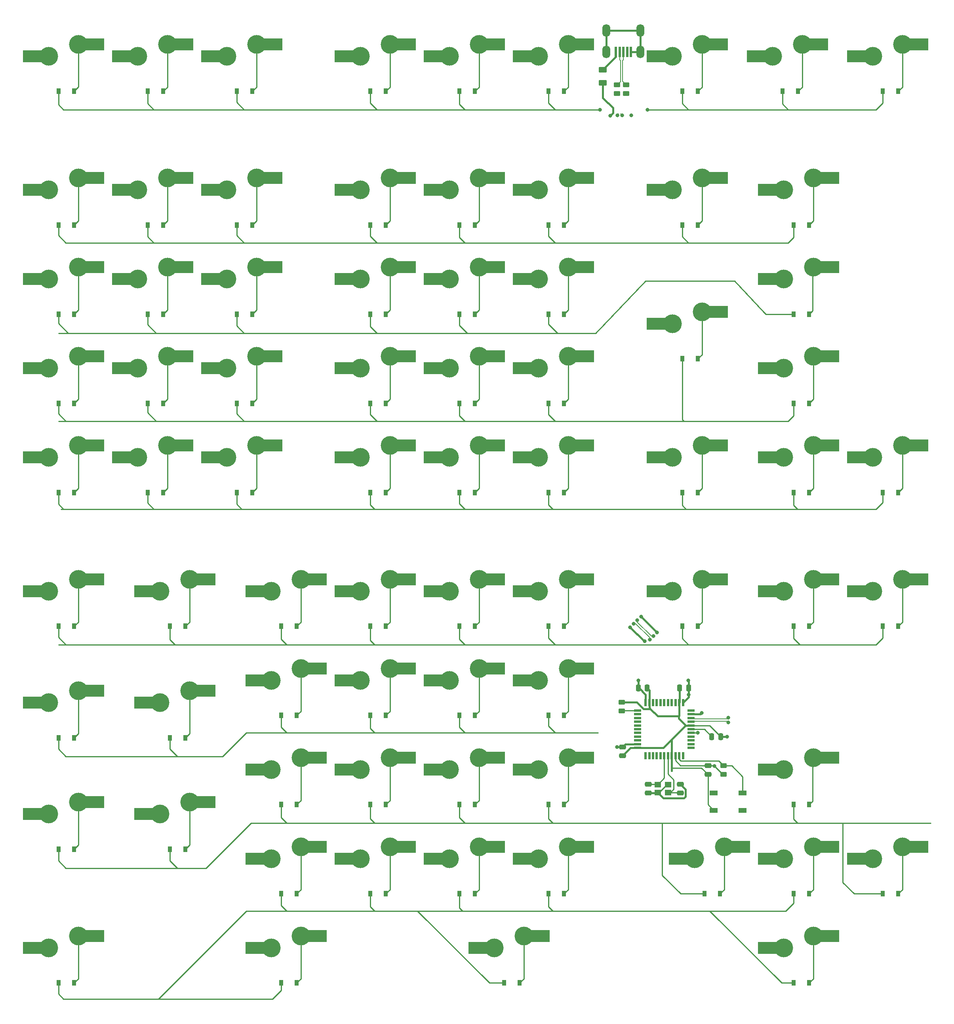
<source format=gbr>
%TF.GenerationSoftware,KiCad,Pcbnew,(6.0.11)*%
%TF.CreationDate,2023-02-04T12:28:33-08:00*%
%TF.ProjectId,MA Command Keyboard changed footprint,4d412043-6f6d-46d6-916e-64204b657962,rev?*%
%TF.SameCoordinates,Original*%
%TF.FileFunction,Copper,L2,Bot*%
%TF.FilePolarity,Positive*%
%FSLAX46Y46*%
G04 Gerber Fmt 4.6, Leading zero omitted, Abs format (unit mm)*
G04 Created by KiCad (PCBNEW (6.0.11)) date 2023-02-04 12:28:33*
%MOMM*%
%LPD*%
G01*
G04 APERTURE LIST*
G04 Aperture macros list*
%AMRoundRect*
0 Rectangle with rounded corners*
0 $1 Rounding radius*
0 $2 $3 $4 $5 $6 $7 $8 $9 X,Y pos of 4 corners*
0 Add a 4 corners polygon primitive as box body*
4,1,4,$2,$3,$4,$5,$6,$7,$8,$9,$2,$3,0*
0 Add four circle primitives for the rounded corners*
1,1,$1+$1,$2,$3*
1,1,$1+$1,$4,$5*
1,1,$1+$1,$6,$7*
1,1,$1+$1,$8,$9*
0 Add four rect primitives between the rounded corners*
20,1,$1+$1,$2,$3,$4,$5,0*
20,1,$1+$1,$4,$5,$6,$7,0*
20,1,$1+$1,$6,$7,$8,$9,0*
20,1,$1+$1,$8,$9,$2,$3,0*%
G04 Aperture macros list end*
%TA.AperFunction,SMDPad,CuDef*%
%ADD10RoundRect,0.250000X-0.450000X0.262500X-0.450000X-0.262500X0.450000X-0.262500X0.450000X0.262500X0*%
%TD*%
%TA.AperFunction,SMDPad,CuDef*%
%ADD11R,4.500000X2.500000*%
%TD*%
%TA.AperFunction,ComponentPad*%
%ADD12C,0.800000*%
%TD*%
%TA.AperFunction,ComponentPad*%
%ADD13C,4.000000*%
%TD*%
%TA.AperFunction,SMDPad,CuDef*%
%ADD14R,0.900000X1.200000*%
%TD*%
%TA.AperFunction,SMDPad,CuDef*%
%ADD15RoundRect,0.250000X-0.475000X0.250000X-0.475000X-0.250000X0.475000X-0.250000X0.475000X0.250000X0*%
%TD*%
%TA.AperFunction,SMDPad,CuDef*%
%ADD16RoundRect,0.250000X0.475000X-0.250000X0.475000X0.250000X-0.475000X0.250000X-0.475000X-0.250000X0*%
%TD*%
%TA.AperFunction,SMDPad,CuDef*%
%ADD17R,1.400000X1.200000*%
%TD*%
%TA.AperFunction,SMDPad,CuDef*%
%ADD18RoundRect,0.250000X-0.250000X-0.475000X0.250000X-0.475000X0.250000X0.475000X-0.250000X0.475000X0*%
%TD*%
%TA.AperFunction,SMDPad,CuDef*%
%ADD19RoundRect,0.250000X0.450000X-0.262500X0.450000X0.262500X-0.450000X0.262500X-0.450000X-0.262500X0*%
%TD*%
%TA.AperFunction,SMDPad,CuDef*%
%ADD20R,0.500000X2.250000*%
%TD*%
%TA.AperFunction,ComponentPad*%
%ADD21O,1.700000X2.700000*%
%TD*%
%TA.AperFunction,SMDPad,CuDef*%
%ADD22RoundRect,0.250000X0.250000X0.475000X-0.250000X0.475000X-0.250000X-0.475000X0.250000X-0.475000X0*%
%TD*%
%TA.AperFunction,SMDPad,CuDef*%
%ADD23RoundRect,0.250000X-0.625000X0.375000X-0.625000X-0.375000X0.625000X-0.375000X0.625000X0.375000X0*%
%TD*%
%TA.AperFunction,SMDPad,CuDef*%
%ADD24R,1.500000X0.550000*%
%TD*%
%TA.AperFunction,SMDPad,CuDef*%
%ADD25R,0.550000X1.500000*%
%TD*%
%TA.AperFunction,SMDPad,CuDef*%
%ADD26R,1.800000X1.100000*%
%TD*%
%TA.AperFunction,ViaPad*%
%ADD27C,0.800000*%
%TD*%
%TA.AperFunction,Conductor*%
%ADD28C,0.200000*%
%TD*%
%TA.AperFunction,Conductor*%
%ADD29C,0.250000*%
%TD*%
%TA.AperFunction,Conductor*%
%ADD30C,0.381000*%
%TD*%
G04 APERTURE END LIST*
D10*
%TO.P,R1,1*%
%TO.N,D-*%
X-209300000Y-59220000D03*
%TO.P,R1,2*%
%TO.N,P-*%
X-209300000Y-61045000D03*
%TD*%
%TO.P,R2,2*%
%TO.N,P+*%
X-207370000Y-61025000D03*
%TO.P,R2,1*%
%TO.N,D+*%
X-207370000Y-59200000D03*
%TD*%
D11*
%TO.P,MX74,1,COL*%
%TO.N,COL8*%
X-176976100Y-224497900D03*
D12*
X-178781100Y-225259900D03*
D13*
X-173701100Y-224497900D03*
D12*
X-178781100Y-223735900D03*
%TO.P,MX74,2,ROW*%
%TO.N,Net-(D74-Pad2)*%
X-162271100Y-221195900D03*
D13*
X-167351100Y-221957900D03*
D12*
X-162271100Y-222719900D03*
D11*
X-164049100Y-221957900D03*
%TD*%
%TO.P,MX73,1,COL*%
%TO.N,COL7*%
X-176976100Y-243547900D03*
D12*
X-178781100Y-244309900D03*
D13*
X-173701100Y-243547900D03*
D12*
X-178781100Y-242785900D03*
%TO.P,MX73,2,ROW*%
%TO.N,Net-(D73-Pad2)*%
X-162271100Y-240245900D03*
D13*
X-167351100Y-241007900D03*
D12*
X-162271100Y-241769900D03*
D11*
X-164049100Y-241007900D03*
%TD*%
%TO.P,MX72,1,COL*%
%TO.N,COL6*%
X-229363600Y-224497900D03*
D12*
X-231168600Y-225259900D03*
D13*
X-226088600Y-224497900D03*
D12*
X-231168600Y-223735900D03*
%TO.P,MX72,2,ROW*%
%TO.N,Net-(D72-Pad2)*%
X-214658600Y-221195900D03*
D13*
X-219738600Y-221957900D03*
D12*
X-214658600Y-222719900D03*
D11*
X-216436600Y-221957900D03*
%TD*%
%TO.P,MX71,1,COL*%
%TO.N,COL5*%
X-238888600Y-243547900D03*
D12*
X-240693600Y-244309900D03*
D13*
X-235613600Y-243547900D03*
D12*
X-240693600Y-242785900D03*
%TO.P,MX71,2,ROW*%
%TO.N,Net-(D71-Pad2)*%
X-224183600Y-240245900D03*
D13*
X-229263600Y-241007900D03*
D12*
X-224183600Y-241769900D03*
D11*
X-225961600Y-241007900D03*
%TD*%
%TO.P,MX70,1,COL*%
%TO.N,COL4*%
X-248413600Y-224497900D03*
D12*
X-250218600Y-225259900D03*
D13*
X-245138600Y-224497900D03*
D12*
X-250218600Y-223735900D03*
%TO.P,MX70,2,ROW*%
%TO.N,Net-(D70-Pad2)*%
X-233708600Y-221195900D03*
D13*
X-238788600Y-221957900D03*
D12*
X-233708600Y-222719900D03*
D11*
X-235486600Y-221957900D03*
%TD*%
%TO.P,MX69,1,COL*%
%TO.N,COL3*%
X-267463600Y-224497900D03*
D12*
X-269268600Y-225259900D03*
D13*
X-264188600Y-224497900D03*
D12*
X-269268600Y-223735900D03*
%TO.P,MX69,2,ROW*%
%TO.N,Net-(D69-Pad2)*%
X-252758600Y-221195900D03*
D13*
X-257838600Y-221957900D03*
D12*
X-252758600Y-222719900D03*
D11*
X-254536600Y-221957900D03*
%TD*%
%TO.P,MX68,1,COL*%
%TO.N,COL2*%
X-286513600Y-224497900D03*
D12*
X-288318600Y-225259900D03*
D13*
X-283238600Y-224497900D03*
D12*
X-288318600Y-223735900D03*
%TO.P,MX68,2,ROW*%
%TO.N,Net-(D68-Pad2)*%
X-271808600Y-221195900D03*
D13*
X-276888600Y-221957900D03*
D12*
X-271808600Y-222719900D03*
D11*
X-273586600Y-221957900D03*
%TD*%
%TO.P,MX67,1,COL*%
%TO.N,cOL1*%
X-286513600Y-243547900D03*
D12*
X-288318600Y-244309900D03*
D13*
X-283238600Y-243547900D03*
D12*
X-288318600Y-242785900D03*
%TO.P,MX67,2,ROW*%
%TO.N,Net-(D67-Pad2)*%
X-271808600Y-240245900D03*
D13*
X-276888600Y-241007900D03*
D12*
X-271808600Y-241769900D03*
D11*
X-273586600Y-241007900D03*
%TD*%
%TO.P,MX66,1,COL*%
%TO.N,COL0*%
X-334138600Y-243547900D03*
D12*
X-335943600Y-244309900D03*
D13*
X-330863600Y-243547900D03*
D12*
X-335943600Y-242785900D03*
%TO.P,MX66,2,ROW*%
%TO.N,Net-(D66-Pad2)*%
X-319433600Y-240245900D03*
D13*
X-324513600Y-241007900D03*
D12*
X-319433600Y-241769900D03*
D11*
X-321211600Y-241007900D03*
%TD*%
%TO.P,MX65,1,COL*%
%TO.N,COL8*%
X-157926100Y-224497900D03*
D12*
X-159731100Y-225259900D03*
D13*
X-154651100Y-224497900D03*
D12*
X-159731100Y-223735900D03*
%TO.P,MX65,2,ROW*%
%TO.N,Net-(D65-Pad2)*%
X-143221100Y-221195900D03*
D13*
X-148301100Y-221957900D03*
D12*
X-143221100Y-222719900D03*
D11*
X-144999100Y-221957900D03*
%TD*%
%TO.P,MX64,1,COL*%
%TO.N,COL7*%
X-176976100Y-205447900D03*
D12*
X-178781100Y-206209900D03*
D13*
X-173701100Y-205447900D03*
D12*
X-178781100Y-204685900D03*
%TO.P,MX64,2,ROW*%
%TO.N,Net-(D64-Pad2)*%
X-162271100Y-202145900D03*
D13*
X-167351100Y-202907900D03*
D12*
X-162271100Y-203669900D03*
D11*
X-164049100Y-202907900D03*
%TD*%
%TO.P,MX63,1,COL*%
%TO.N,COL6*%
X-196026100Y-224497900D03*
D12*
X-197831100Y-225259900D03*
D13*
X-192751100Y-224497900D03*
D12*
X-197831100Y-223735900D03*
%TO.P,MX63,2,ROW*%
%TO.N,Net-(D63-Pad2)*%
X-181321100Y-221195900D03*
D13*
X-186401100Y-221957900D03*
D12*
X-181321100Y-222719900D03*
D11*
X-183099100Y-221957900D03*
%TD*%
%TO.P,MX62,1,COL*%
%TO.N,COL5*%
X-229363600Y-205447900D03*
D12*
X-231168600Y-206209900D03*
D13*
X-226088600Y-205447900D03*
D12*
X-231168600Y-204685900D03*
%TO.P,MX62,2,ROW*%
%TO.N,Net-(D62-Pad2)*%
X-214658600Y-202145900D03*
D13*
X-219738600Y-202907900D03*
D12*
X-214658600Y-203669900D03*
D11*
X-216436600Y-202907900D03*
%TD*%
%TO.P,MX61,1,COL*%
%TO.N,COL4*%
X-248413600Y-205447900D03*
D12*
X-250218600Y-206209900D03*
D13*
X-245138600Y-205447900D03*
D12*
X-250218600Y-204685900D03*
%TO.P,MX61,2,ROW*%
%TO.N,Net-(D61-Pad2)*%
X-233708600Y-202145900D03*
D13*
X-238788600Y-202907900D03*
D12*
X-233708600Y-203669900D03*
D11*
X-235486600Y-202907900D03*
%TD*%
%TO.P,MX60,1,COL*%
%TO.N,COL3*%
X-267463600Y-205447900D03*
D12*
X-269268600Y-206209900D03*
D13*
X-264188600Y-205447900D03*
D12*
X-269268600Y-204685900D03*
%TO.P,MX60,2,ROW*%
%TO.N,Net-(D60-Pad2)*%
X-252758600Y-202145900D03*
D13*
X-257838600Y-202907900D03*
D12*
X-252758600Y-203669900D03*
D11*
X-254536600Y-202907900D03*
%TD*%
%TO.P,MX59,1,COL*%
%TO.N,COL2*%
X-286513600Y-205447900D03*
D12*
X-288318600Y-206209900D03*
D13*
X-283238600Y-205447900D03*
D12*
X-288318600Y-204685900D03*
%TO.P,MX59,2,ROW*%
%TO.N,Net-(D59-Pad2)*%
X-271808600Y-202145900D03*
D13*
X-276888600Y-202907900D03*
D12*
X-271808600Y-203669900D03*
D11*
X-273586600Y-202907900D03*
%TD*%
%TO.P,MX58,1,COL*%
%TO.N,cOL1*%
X-310326100Y-214972900D03*
D12*
X-312131100Y-215734900D03*
D13*
X-307051100Y-214972900D03*
D12*
X-312131100Y-214210900D03*
%TO.P,MX58,2,ROW*%
%TO.N,Net-(D58-Pad2)*%
X-295621100Y-211670900D03*
D13*
X-300701100Y-212432900D03*
D12*
X-295621100Y-213194900D03*
D11*
X-297399100Y-212432900D03*
%TD*%
%TO.P,MX57,1,COL*%
%TO.N,COL0*%
X-334138600Y-214972900D03*
D12*
X-335943600Y-215734900D03*
D13*
X-330863600Y-214972900D03*
D12*
X-335943600Y-214210900D03*
%TO.P,MX57,2,ROW*%
%TO.N,Net-(D57-Pad2)*%
X-319433600Y-211670900D03*
D13*
X-324513600Y-212432900D03*
D12*
X-319433600Y-213194900D03*
D11*
X-321211600Y-212432900D03*
%TD*%
%TO.P,MX56,1,COL*%
%TO.N,COL5*%
X-229363600Y-186397900D03*
D12*
X-231168600Y-187159900D03*
D13*
X-226088600Y-186397900D03*
D12*
X-231168600Y-185635900D03*
%TO.P,MX56,2,ROW*%
%TO.N,Net-(D56-Pad2)*%
X-214658600Y-183095900D03*
D13*
X-219738600Y-183857900D03*
D12*
X-214658600Y-184619900D03*
D11*
X-216436600Y-183857900D03*
%TD*%
%TO.P,MX55,1,COL*%
%TO.N,COL4*%
X-248413600Y-186397900D03*
D12*
X-250218600Y-187159900D03*
D13*
X-245138600Y-186397900D03*
D12*
X-250218600Y-185635900D03*
%TO.P,MX55,2,ROW*%
%TO.N,Net-(D55-Pad2)*%
X-233708600Y-183095900D03*
D13*
X-238788600Y-183857900D03*
D12*
X-233708600Y-184619900D03*
D11*
X-235486600Y-183857900D03*
%TD*%
%TO.P,MX54,1,COL*%
%TO.N,COL3*%
X-267463600Y-186397900D03*
D12*
X-269268600Y-187159900D03*
D13*
X-264188600Y-186397900D03*
D12*
X-269268600Y-185635900D03*
%TO.P,MX54,2,ROW*%
%TO.N,Net-(D54-Pad2)*%
X-252758600Y-183095900D03*
D13*
X-257838600Y-183857900D03*
D12*
X-252758600Y-184619900D03*
D11*
X-254536600Y-183857900D03*
%TD*%
%TO.P,MX53,1,COL*%
%TO.N,COL2*%
X-286513600Y-186397900D03*
D12*
X-288318600Y-187159900D03*
D13*
X-283238600Y-186397900D03*
D12*
X-288318600Y-185635900D03*
%TO.P,MX53,2,ROW*%
%TO.N,Net-(D53-Pad2)*%
X-271808600Y-183095900D03*
D13*
X-276888600Y-183857900D03*
D12*
X-271808600Y-184619900D03*
D11*
X-273586600Y-183857900D03*
%TD*%
%TO.P,MX52,1,COL*%
%TO.N,cOL1*%
X-310326100Y-191160400D03*
D12*
X-312131100Y-191922400D03*
D13*
X-307051100Y-191160400D03*
D12*
X-312131100Y-190398400D03*
%TO.P,MX52,2,ROW*%
%TO.N,Net-(D52-Pad2)*%
X-295621100Y-187858400D03*
D13*
X-300701100Y-188620400D03*
D12*
X-295621100Y-189382400D03*
D11*
X-297399100Y-188620400D03*
%TD*%
%TO.P,MX51,1,COL*%
%TO.N,COL0*%
X-334138600Y-191160400D03*
D12*
X-335943600Y-191922400D03*
D13*
X-330863600Y-191160400D03*
D12*
X-335943600Y-190398400D03*
%TO.P,MX51,2,ROW*%
%TO.N,Net-(D51-Pad2)*%
X-319433600Y-187858400D03*
D13*
X-324513600Y-188620400D03*
D12*
X-319433600Y-189382400D03*
D11*
X-321211600Y-188620400D03*
%TD*%
%TO.P,MX50,1,COL*%
%TO.N,COL8*%
X-157926100Y-167347900D03*
D12*
X-159731100Y-168109900D03*
D13*
X-154651100Y-167347900D03*
D12*
X-159731100Y-166585900D03*
%TO.P,MX50,2,ROW*%
%TO.N,Net-(D50-Pad2)*%
X-143221100Y-164045900D03*
D13*
X-148301100Y-164807900D03*
D12*
X-143221100Y-165569900D03*
D11*
X-144999100Y-164807900D03*
%TD*%
%TO.P,MX49,1,COL*%
%TO.N,COL7*%
X-176976100Y-167347900D03*
D12*
X-178781100Y-168109900D03*
D13*
X-173701100Y-167347900D03*
D12*
X-178781100Y-166585900D03*
%TO.P,MX49,2,ROW*%
%TO.N,Net-(D49-Pad2)*%
X-162271100Y-164045900D03*
D13*
X-167351100Y-164807900D03*
D12*
X-162271100Y-165569900D03*
D11*
X-164049100Y-164807900D03*
%TD*%
%TO.P,MX48,1,COL*%
%TO.N,COL6*%
X-200788600Y-167347900D03*
D12*
X-202593600Y-168109900D03*
D13*
X-197513600Y-167347900D03*
D12*
X-202593600Y-166585900D03*
%TO.P,MX48,2,ROW*%
%TO.N,Net-(D48-Pad2)*%
X-186083600Y-164045900D03*
D13*
X-191163600Y-164807900D03*
D12*
X-186083600Y-165569900D03*
D11*
X-187861600Y-164807900D03*
%TD*%
%TO.P,MX47,1,COL*%
%TO.N,COL5*%
X-229363600Y-167347900D03*
D12*
X-231168600Y-168109900D03*
D13*
X-226088600Y-167347900D03*
D12*
X-231168600Y-166585900D03*
%TO.P,MX47,2,ROW*%
%TO.N,Net-(D47-Pad2)*%
X-214658600Y-164045900D03*
D13*
X-219738600Y-164807900D03*
D12*
X-214658600Y-165569900D03*
D11*
X-216436600Y-164807900D03*
%TD*%
%TO.P,MX46,1,COL*%
%TO.N,COL4*%
X-248413600Y-167347900D03*
D12*
X-250218600Y-168109900D03*
D13*
X-245138600Y-167347900D03*
D12*
X-250218600Y-166585900D03*
%TO.P,MX46,2,ROW*%
%TO.N,Net-(D46-Pad2)*%
X-233708600Y-164045900D03*
D13*
X-238788600Y-164807900D03*
D12*
X-233708600Y-165569900D03*
D11*
X-235486600Y-164807900D03*
%TD*%
%TO.P,MX45,1,COL*%
%TO.N,COL3*%
X-267463600Y-167347900D03*
D12*
X-269268600Y-168109900D03*
D13*
X-264188600Y-167347900D03*
D12*
X-269268600Y-166585900D03*
%TO.P,MX45,2,ROW*%
%TO.N,Net-(D45-Pad2)*%
X-252758600Y-164045900D03*
D13*
X-257838600Y-164807900D03*
D12*
X-252758600Y-165569900D03*
D11*
X-254536600Y-164807900D03*
%TD*%
%TO.P,MX44,1,COL*%
%TO.N,COL2*%
X-286513600Y-167347900D03*
D12*
X-288318600Y-168109900D03*
D13*
X-283238600Y-167347900D03*
D12*
X-288318600Y-166585900D03*
%TO.P,MX44,2,ROW*%
%TO.N,Net-(D44-Pad2)*%
X-271808600Y-164045900D03*
D13*
X-276888600Y-164807900D03*
D12*
X-271808600Y-165569900D03*
D11*
X-273586600Y-164807900D03*
%TD*%
%TO.P,MX43,1,COL*%
%TO.N,cOL1*%
X-310326100Y-167347900D03*
D12*
X-312131100Y-168109900D03*
D13*
X-307051100Y-167347900D03*
D12*
X-312131100Y-166585900D03*
%TO.P,MX43,2,ROW*%
%TO.N,Net-(D43-Pad2)*%
X-295621100Y-164045900D03*
D13*
X-300701100Y-164807900D03*
D12*
X-295621100Y-165569900D03*
D11*
X-297399100Y-164807900D03*
%TD*%
%TO.P,MX42,1,COL*%
%TO.N,COL0*%
X-334138600Y-167347900D03*
D12*
X-335943600Y-168109900D03*
D13*
X-330863600Y-167347900D03*
D12*
X-335943600Y-166585900D03*
%TO.P,MX42,2,ROW*%
%TO.N,Net-(D42-Pad2)*%
X-319433600Y-164045900D03*
D13*
X-324513600Y-164807900D03*
D12*
X-319433600Y-165569900D03*
D11*
X-321211600Y-164807900D03*
%TD*%
%TO.P,MX41,1,COL*%
%TO.N,COL8*%
X-157926100Y-138772900D03*
D12*
X-159731100Y-139534900D03*
D13*
X-154651100Y-138772900D03*
D12*
X-159731100Y-138010900D03*
%TO.P,MX41,2,ROW*%
%TO.N,Net-(D41-Pad2)*%
X-143221100Y-135470900D03*
D13*
X-148301100Y-136232900D03*
D12*
X-143221100Y-136994900D03*
D11*
X-144999100Y-136232900D03*
%TD*%
%TO.P,MX40,1,COL*%
%TO.N,COL7*%
X-176976100Y-138772900D03*
D12*
X-178781100Y-139534900D03*
D13*
X-173701100Y-138772900D03*
D12*
X-178781100Y-138010900D03*
%TO.P,MX40,2,ROW*%
%TO.N,Net-(D40-Pad2)*%
X-162271100Y-135470900D03*
D13*
X-167351100Y-136232900D03*
D12*
X-162271100Y-136994900D03*
D11*
X-164049100Y-136232900D03*
%TD*%
%TO.P,MX39,1,COL*%
%TO.N,COL6*%
X-200788600Y-138772900D03*
D12*
X-202593600Y-139534900D03*
D13*
X-197513600Y-138772900D03*
D12*
X-202593600Y-138010900D03*
%TO.P,MX39,2,ROW*%
%TO.N,Net-(D39-Pad2)*%
X-186083600Y-135470900D03*
D13*
X-191163600Y-136232900D03*
D12*
X-186083600Y-136994900D03*
D11*
X-187861600Y-136232900D03*
%TD*%
%TO.P,MX38,1,COL*%
%TO.N,COL5*%
X-229363600Y-138772900D03*
D12*
X-231168600Y-139534900D03*
D13*
X-226088600Y-138772900D03*
D12*
X-231168600Y-138010900D03*
%TO.P,MX38,2,ROW*%
%TO.N,Net-(D38-Pad2)*%
X-214658600Y-135470900D03*
D13*
X-219738600Y-136232900D03*
D12*
X-214658600Y-136994900D03*
D11*
X-216436600Y-136232900D03*
%TD*%
%TO.P,MX37,1,COL*%
%TO.N,COL4*%
X-248413600Y-138772900D03*
D12*
X-250218600Y-139534900D03*
D13*
X-245138600Y-138772900D03*
D12*
X-250218600Y-138010900D03*
%TO.P,MX37,2,ROW*%
%TO.N,Net-(D37-Pad2)*%
X-233708600Y-135470900D03*
D13*
X-238788600Y-136232900D03*
D12*
X-233708600Y-136994900D03*
D11*
X-235486600Y-136232900D03*
%TD*%
%TO.P,MX36,1,COL*%
%TO.N,COL3*%
X-267463600Y-138772900D03*
D12*
X-269268600Y-139534900D03*
D13*
X-264188600Y-138772900D03*
D12*
X-269268600Y-138010900D03*
%TO.P,MX36,2,ROW*%
%TO.N,Net-(D36-Pad2)*%
X-252758600Y-135470900D03*
D13*
X-257838600Y-136232900D03*
D12*
X-252758600Y-136994900D03*
D11*
X-254536600Y-136232900D03*
%TD*%
%TO.P,MX35,1,COL*%
%TO.N,COL2*%
X-296038600Y-138772900D03*
D12*
X-297843600Y-139534900D03*
D13*
X-292763600Y-138772900D03*
D12*
X-297843600Y-138010900D03*
%TO.P,MX35,2,ROW*%
%TO.N,Net-(D35-Pad2)*%
X-281333600Y-135470900D03*
D13*
X-286413600Y-136232900D03*
D12*
X-281333600Y-136994900D03*
D11*
X-283111600Y-136232900D03*
%TD*%
%TO.P,MX34,1,COL*%
%TO.N,cOL1*%
X-315088600Y-138772900D03*
D12*
X-316893600Y-139534900D03*
D13*
X-311813600Y-138772900D03*
D12*
X-316893600Y-138010900D03*
%TO.P,MX34,2,ROW*%
%TO.N,Net-(D34-Pad2)*%
X-300383600Y-135470900D03*
D13*
X-305463600Y-136232900D03*
D12*
X-300383600Y-136994900D03*
D11*
X-302161600Y-136232900D03*
%TD*%
%TO.P,MX33,1,COL*%
%TO.N,COL0*%
X-334138600Y-138772900D03*
D12*
X-335943600Y-139534900D03*
D13*
X-330863600Y-138772900D03*
D12*
X-335943600Y-138010900D03*
%TO.P,MX33,2,ROW*%
%TO.N,Net-(D33-Pad2)*%
X-319433600Y-135470900D03*
D13*
X-324513600Y-136232900D03*
D12*
X-319433600Y-136994900D03*
D11*
X-321211600Y-136232900D03*
%TD*%
%TO.P,MX32,1,COL*%
%TO.N,COL7*%
X-176976100Y-119722900D03*
D12*
X-178781100Y-120484900D03*
D13*
X-173701100Y-119722900D03*
D12*
X-178781100Y-118960900D03*
%TO.P,MX32,2,ROW*%
%TO.N,Net-(D32-Pad2)*%
X-162271100Y-116420900D03*
D13*
X-167351100Y-117182900D03*
D12*
X-162271100Y-117944900D03*
D11*
X-164049100Y-117182900D03*
%TD*%
%TO.P,MX31,1,COL*%
%TO.N,COL6*%
X-200788600Y-110197900D03*
D12*
X-202593600Y-110959900D03*
D13*
X-197513600Y-110197900D03*
D12*
X-202593600Y-109435900D03*
%TO.P,MX31,2,ROW*%
%TO.N,Net-(D31-Pad2)*%
X-186083600Y-106895900D03*
D13*
X-191163600Y-107657900D03*
D12*
X-186083600Y-108419900D03*
D11*
X-187861600Y-107657900D03*
%TD*%
%TO.P,MX30,1,COL*%
%TO.N,COL5*%
X-229363600Y-119722900D03*
D12*
X-231168600Y-120484900D03*
D13*
X-226088600Y-119722900D03*
D12*
X-231168600Y-118960900D03*
%TO.P,MX30,2,ROW*%
%TO.N,Net-(D30-Pad2)*%
X-214658600Y-116420900D03*
D13*
X-219738600Y-117182900D03*
D12*
X-214658600Y-117944900D03*
D11*
X-216436600Y-117182900D03*
%TD*%
%TO.P,MX29,1,COL*%
%TO.N,COL4*%
X-248413600Y-119722900D03*
D12*
X-250218600Y-120484900D03*
D13*
X-245138600Y-119722900D03*
D12*
X-250218600Y-118960900D03*
%TO.P,MX29,2,ROW*%
%TO.N,Net-(D29-Pad2)*%
X-233708600Y-116420900D03*
D13*
X-238788600Y-117182900D03*
D12*
X-233708600Y-117944900D03*
D11*
X-235486600Y-117182900D03*
%TD*%
%TO.P,MX28,1,COL*%
%TO.N,COL3*%
X-267463600Y-119722900D03*
D12*
X-269268600Y-120484900D03*
D13*
X-264188600Y-119722900D03*
D12*
X-269268600Y-118960900D03*
%TO.P,MX28,2,ROW*%
%TO.N,Net-(D28-Pad2)*%
X-252758600Y-116420900D03*
D13*
X-257838600Y-117182900D03*
D12*
X-252758600Y-117944900D03*
D11*
X-254536600Y-117182900D03*
%TD*%
%TO.P,MX27,1,COL*%
%TO.N,COL2*%
X-296038600Y-119722900D03*
D12*
X-297843600Y-120484900D03*
D13*
X-292763600Y-119722900D03*
D12*
X-297843600Y-118960900D03*
%TO.P,MX27,2,ROW*%
%TO.N,Net-(D27-Pad2)*%
X-281333600Y-116420900D03*
D13*
X-286413600Y-117182900D03*
D12*
X-281333600Y-117944900D03*
D11*
X-283111600Y-117182900D03*
%TD*%
%TO.P,MX26,1,COL*%
%TO.N,cOL1*%
X-315088600Y-119722900D03*
D12*
X-316893600Y-120484900D03*
D13*
X-311813600Y-119722900D03*
D12*
X-316893600Y-118960900D03*
%TO.P,MX26,2,ROW*%
%TO.N,Net-(D26-Pad2)*%
X-300383600Y-116420900D03*
D13*
X-305463600Y-117182900D03*
D12*
X-300383600Y-117944900D03*
D11*
X-302161600Y-117182900D03*
%TD*%
%TO.P,MX25,1,COL*%
%TO.N,COL0*%
X-334138600Y-119722900D03*
D12*
X-335943600Y-120484900D03*
D13*
X-330863600Y-119722900D03*
D12*
X-335943600Y-118960900D03*
%TO.P,MX25,2,ROW*%
%TO.N,Net-(D25-Pad2)*%
X-319433600Y-116420900D03*
D13*
X-324513600Y-117182900D03*
D12*
X-319433600Y-117944900D03*
D11*
X-321211600Y-117182900D03*
%TD*%
%TO.P,MX24,1,COL*%
%TO.N,COL7*%
X-176976100Y-100672900D03*
D12*
X-178781100Y-101434900D03*
D13*
X-173701100Y-100672900D03*
D12*
X-178781100Y-99910900D03*
%TO.P,MX24,2,ROW*%
%TO.N,Net-(D24-Pad2)*%
X-162271100Y-97370900D03*
D13*
X-167351100Y-98132900D03*
D12*
X-162271100Y-98894900D03*
D11*
X-164049100Y-98132900D03*
%TD*%
%TO.P,MX23,1,COL*%
%TO.N,COL5*%
X-229363600Y-100672900D03*
D12*
X-231168600Y-101434900D03*
D13*
X-226088600Y-100672900D03*
D12*
X-231168600Y-99910900D03*
%TO.P,MX23,2,ROW*%
%TO.N,Net-(D23-Pad2)*%
X-214658600Y-97370900D03*
D13*
X-219738600Y-98132900D03*
D12*
X-214658600Y-98894900D03*
D11*
X-216436600Y-98132900D03*
%TD*%
%TO.P,MX22,1,COL*%
%TO.N,COL4*%
X-248413600Y-100672900D03*
D12*
X-250218600Y-101434900D03*
D13*
X-245138600Y-100672900D03*
D12*
X-250218600Y-99910900D03*
%TO.P,MX22,2,ROW*%
%TO.N,Net-(D22-Pad2)*%
X-233708600Y-97370900D03*
D13*
X-238788600Y-98132900D03*
D12*
X-233708600Y-98894900D03*
D11*
X-235486600Y-98132900D03*
%TD*%
%TO.P,MX21,1,COL*%
%TO.N,COL3*%
X-267463600Y-100672900D03*
D12*
X-269268600Y-101434900D03*
D13*
X-264188600Y-100672900D03*
D12*
X-269268600Y-99910900D03*
%TO.P,MX21,2,ROW*%
%TO.N,Net-(D21-Pad2)*%
X-252758600Y-97370900D03*
D13*
X-257838600Y-98132900D03*
D12*
X-252758600Y-98894900D03*
D11*
X-254536600Y-98132900D03*
%TD*%
%TO.P,MX20,1,COL*%
%TO.N,COL2*%
X-296038600Y-100672900D03*
D12*
X-297843600Y-101434900D03*
D13*
X-292763600Y-100672900D03*
D12*
X-297843600Y-99910900D03*
%TO.P,MX20,2,ROW*%
%TO.N,Net-(D20-Pad2)*%
X-281333600Y-97370900D03*
D13*
X-286413600Y-98132900D03*
D12*
X-281333600Y-98894900D03*
D11*
X-283111600Y-98132900D03*
%TD*%
%TO.P,MX19,1,COL*%
%TO.N,cOL1*%
X-315088600Y-100672900D03*
D12*
X-316893600Y-101434900D03*
D13*
X-311813600Y-100672900D03*
D12*
X-316893600Y-99910900D03*
%TO.P,MX19,2,ROW*%
%TO.N,Net-(D19-Pad2)*%
X-300383600Y-97370900D03*
D13*
X-305463600Y-98132900D03*
D12*
X-300383600Y-98894900D03*
D11*
X-302161600Y-98132900D03*
%TD*%
%TO.P,MX18,1,COL*%
%TO.N,COL0*%
X-334138600Y-100672900D03*
D12*
X-335943600Y-101434900D03*
D13*
X-330863600Y-100672900D03*
D12*
X-335943600Y-99910900D03*
%TO.P,MX18,2,ROW*%
%TO.N,Net-(D18-Pad2)*%
X-319433600Y-97370900D03*
D13*
X-324513600Y-98132900D03*
D12*
X-319433600Y-98894900D03*
D11*
X-321211600Y-98132900D03*
%TD*%
%TO.P,MX17,1,COL*%
%TO.N,COL7*%
X-176976100Y-81622900D03*
D12*
X-178781100Y-82384900D03*
D13*
X-173701100Y-81622900D03*
D12*
X-178781100Y-80860900D03*
%TO.P,MX17,2,ROW*%
%TO.N,Net-(D17-Pad2)*%
X-162271100Y-78320900D03*
D13*
X-167351100Y-79082900D03*
D12*
X-162271100Y-79844900D03*
D11*
X-164049100Y-79082900D03*
%TD*%
%TO.P,MX16,1,COL*%
%TO.N,COL6*%
X-200788600Y-81622900D03*
D12*
X-202593600Y-82384900D03*
D13*
X-197513600Y-81622900D03*
D12*
X-202593600Y-80860900D03*
%TO.P,MX16,2,ROW*%
%TO.N,Net-(D16-Pad2)*%
X-186083600Y-78320900D03*
D13*
X-191163600Y-79082900D03*
D12*
X-186083600Y-79844900D03*
D11*
X-187861600Y-79082900D03*
%TD*%
%TO.P,MX15,1,COL*%
%TO.N,COL5*%
X-229363600Y-81622900D03*
D12*
X-231168600Y-82384900D03*
D13*
X-226088600Y-81622900D03*
D12*
X-231168600Y-80860900D03*
%TO.P,MX15,2,ROW*%
%TO.N,Net-(D15-Pad2)*%
X-214658600Y-78320900D03*
D13*
X-219738600Y-79082900D03*
D12*
X-214658600Y-79844900D03*
D11*
X-216436600Y-79082900D03*
%TD*%
%TO.P,MX14,1,COL*%
%TO.N,COL4*%
X-248413600Y-81622900D03*
D12*
X-250218600Y-82384900D03*
D13*
X-245138600Y-81622900D03*
D12*
X-250218600Y-80860900D03*
%TO.P,MX14,2,ROW*%
%TO.N,Net-(D14-Pad2)*%
X-233708600Y-78320900D03*
D13*
X-238788600Y-79082900D03*
D12*
X-233708600Y-79844900D03*
D11*
X-235486600Y-79082900D03*
%TD*%
%TO.P,MX13,1,COL*%
%TO.N,COL3*%
X-267463600Y-81622900D03*
D12*
X-269268600Y-82384900D03*
D13*
X-264188600Y-81622900D03*
D12*
X-269268600Y-80860900D03*
%TO.P,MX13,2,ROW*%
%TO.N,Net-(D13-Pad2)*%
X-252758600Y-78320900D03*
D13*
X-257838600Y-79082900D03*
D12*
X-252758600Y-79844900D03*
D11*
X-254536600Y-79082900D03*
%TD*%
%TO.P,MX12,1,COL*%
%TO.N,COL2*%
X-296038600Y-81622900D03*
D12*
X-297843600Y-82384900D03*
D13*
X-292763600Y-81622900D03*
D12*
X-297843600Y-80860900D03*
%TO.P,MX12,2,ROW*%
%TO.N,Net-(D12-Pad2)*%
X-281333600Y-78320900D03*
D13*
X-286413600Y-79082900D03*
D12*
X-281333600Y-79844900D03*
D11*
X-283111600Y-79082900D03*
%TD*%
%TO.P,MX11,1,COL*%
%TO.N,cOL1*%
X-315088600Y-81622900D03*
D12*
X-316893600Y-82384900D03*
D13*
X-311813600Y-81622900D03*
D12*
X-316893600Y-80860900D03*
%TO.P,MX11,2,ROW*%
%TO.N,Net-(D11-Pad2)*%
X-300383600Y-78320900D03*
D13*
X-305463600Y-79082900D03*
D12*
X-300383600Y-79844900D03*
D11*
X-302161600Y-79082900D03*
%TD*%
%TO.P,MX10,1,COL*%
%TO.N,COL0*%
X-334138600Y-81622900D03*
D12*
X-335943600Y-82384900D03*
D13*
X-330863600Y-81622900D03*
D12*
X-335943600Y-80860900D03*
%TO.P,MX10,2,ROW*%
%TO.N,Net-(D10-Pad2)*%
X-319433600Y-78320900D03*
D13*
X-324513600Y-79082900D03*
D12*
X-319433600Y-79844900D03*
D11*
X-321211600Y-79082900D03*
%TD*%
%TO.P,MX9,1,COL*%
%TO.N,COL8*%
X-157926100Y-53047900D03*
D12*
X-159731100Y-53809900D03*
D13*
X-154651100Y-53047900D03*
D12*
X-159731100Y-52285900D03*
%TO.P,MX9,2,ROW*%
%TO.N,Net-(D9-Pad2)*%
X-143221100Y-49745900D03*
D13*
X-148301100Y-50507900D03*
D12*
X-143221100Y-51269900D03*
D11*
X-144999100Y-50507900D03*
%TD*%
%TO.P,MX8,1,COL*%
%TO.N,COL7*%
X-179357350Y-53047900D03*
D12*
X-181162350Y-53809900D03*
D13*
X-176082350Y-53047900D03*
D12*
X-181162350Y-52285900D03*
%TO.P,MX8,2,ROW*%
%TO.N,Net-(D8-Pad2)*%
X-164652350Y-49745900D03*
D13*
X-169732350Y-50507900D03*
D12*
X-164652350Y-51269900D03*
D11*
X-166430350Y-50507900D03*
%TD*%
%TO.P,MX7,1,COL*%
%TO.N,COL6*%
X-200788600Y-53047900D03*
D12*
X-202593600Y-53809900D03*
D13*
X-197513600Y-53047900D03*
D12*
X-202593600Y-52285900D03*
%TO.P,MX7,2,ROW*%
%TO.N,Net-(D7-Pad2)*%
X-186083600Y-49745900D03*
D13*
X-191163600Y-50507900D03*
D12*
X-186083600Y-51269900D03*
D11*
X-187861600Y-50507900D03*
%TD*%
%TO.P,MX6,1,COL*%
%TO.N,COL5*%
X-229363600Y-53047900D03*
D12*
X-231168600Y-53809900D03*
D13*
X-226088600Y-53047900D03*
D12*
X-231168600Y-52285900D03*
%TO.P,MX6,2,ROW*%
%TO.N,Net-(D6-Pad2)*%
X-214658600Y-49745900D03*
D13*
X-219738600Y-50507900D03*
D12*
X-214658600Y-51269900D03*
D11*
X-216436600Y-50507900D03*
%TD*%
%TO.P,MX5,1,COL*%
%TO.N,COL4*%
X-248413600Y-53047900D03*
D12*
X-250218600Y-53809900D03*
D13*
X-245138600Y-53047900D03*
D12*
X-250218600Y-52285900D03*
%TO.P,MX5,2,ROW*%
%TO.N,Net-(D5-Pad2)*%
X-233708600Y-49745900D03*
D13*
X-238788600Y-50507900D03*
D12*
X-233708600Y-51269900D03*
D11*
X-235486600Y-50507900D03*
%TD*%
%TO.P,MX4,1,COL*%
%TO.N,COL3*%
X-267463600Y-53047900D03*
D12*
X-269268600Y-53809900D03*
D13*
X-264188600Y-53047900D03*
D12*
X-269268600Y-52285900D03*
%TO.P,MX4,2,ROW*%
%TO.N,Net-(D4-Pad2)*%
X-252758600Y-49745900D03*
D13*
X-257838600Y-50507900D03*
D12*
X-252758600Y-51269900D03*
D11*
X-254536600Y-50507900D03*
%TD*%
%TO.P,MX3,1,COL*%
%TO.N,COL2*%
X-296038600Y-53047900D03*
D12*
X-297843600Y-53809900D03*
D13*
X-292763600Y-53047900D03*
D12*
X-297843600Y-52285900D03*
%TO.P,MX3,2,ROW*%
%TO.N,Net-(D3-Pad2)*%
X-281333600Y-49745900D03*
D13*
X-286413600Y-50507900D03*
D12*
X-281333600Y-51269900D03*
D11*
X-283111600Y-50507900D03*
%TD*%
%TO.P,MX2,1,COL*%
%TO.N,cOL1*%
X-315088600Y-53047900D03*
D12*
X-316893600Y-53809900D03*
D13*
X-311813600Y-53047900D03*
D12*
X-316893600Y-52285900D03*
%TO.P,MX2,2,ROW*%
%TO.N,Net-(D2-Pad2)*%
X-300383600Y-49745900D03*
D13*
X-305463600Y-50507900D03*
D12*
X-300383600Y-51269900D03*
D11*
X-302161600Y-50507900D03*
%TD*%
%TO.P,MX1,1,COL*%
%TO.N,COL0*%
X-334138600Y-53047900D03*
D12*
X-335943600Y-53809900D03*
D13*
X-330863600Y-53047900D03*
D12*
X-335943600Y-52285900D03*
%TO.P,MX1,2,ROW*%
%TO.N,Net-(D1-Pad2)*%
X-319433600Y-49745900D03*
D13*
X-324513600Y-50507900D03*
D12*
X-319433600Y-51269900D03*
D11*
X-321211600Y-50507900D03*
%TD*%
D14*
%TO.P,D24,1,K*%
%TO.N,ROW2*%
X-171566500Y-108204000D03*
%TO.P,D24,2,A*%
%TO.N,Net-(D24-Pad2)*%
X-168266500Y-108204000D03*
%TD*%
%TO.P,D53,1,K*%
%TO.N,ROW6*%
X-281104000Y-193929000D03*
%TO.P,D53,2,A*%
%TO.N,Net-(D53-Pad2)*%
X-277804000Y-193929000D03*
%TD*%
%TO.P,D29,1,K*%
%TO.N,ROW3*%
X-243004000Y-127254000D03*
%TO.P,D29,2,A*%
%TO.N,Net-(D29-Pad2)*%
X-239704000Y-127254000D03*
%TD*%
D15*
%TO.P,C5,1*%
%TO.N,+5V*%
X-208131250Y-200662500D03*
%TO.P,C5,2*%
%TO.N,GND*%
X-208131250Y-202562500D03*
%TD*%
D14*
%TO.P,D6,1,K*%
%TO.N,ROW0*%
X-223954000Y-60579000D03*
%TO.P,D6,2,A*%
%TO.N,Net-(D6-Pad2)*%
X-220654000Y-60579000D03*
%TD*%
D16*
%TO.P,C1,1*%
%TO.N,GND*%
X-202680000Y-210480000D03*
%TO.P,C1,2*%
%TO.N,Net-(C1-Pad2)*%
X-202680000Y-208580000D03*
%TD*%
D17*
%TO.P,Y1,1,1*%
%TO.N,Net-(C1-Pad2)*%
X-200641500Y-208700000D03*
%TO.P,Y1,2,2*%
%TO.N,GND*%
X-198441500Y-208700000D03*
%TO.P,Y1,3,3*%
%TO.N,Net-(C2-Pad2)*%
X-198441500Y-210400000D03*
%TO.P,Y1,4,4*%
%TO.N,GND*%
X-200641500Y-210400000D03*
%TD*%
D14*
%TO.P,D33,1,K*%
%TO.N,ROW4*%
X-328729000Y-146304000D03*
%TO.P,D33,2,A*%
%TO.N,Net-(D33-Pad2)*%
X-325429000Y-146304000D03*
%TD*%
%TO.P,D13,1,K*%
%TO.N,ROW1*%
X-262054000Y-89154000D03*
%TO.P,D13,2,A*%
%TO.N,Net-(D13-Pad2)*%
X-258754000Y-89154000D03*
%TD*%
%TO.P,D11,1,K*%
%TO.N,ROW1*%
X-309679000Y-89154000D03*
%TO.P,D11,2,A*%
%TO.N,Net-(D11-Pad2)*%
X-306379000Y-89154000D03*
%TD*%
%TO.P,D9,1,K*%
%TO.N,ROW0*%
X-152516500Y-60579000D03*
%TO.P,D9,2,A*%
%TO.N,Net-(D9-Pad2)*%
X-149216500Y-60579000D03*
%TD*%
%TO.P,D19,1,K*%
%TO.N,ROW2*%
X-309679000Y-108204000D03*
%TO.P,D19,2,A*%
%TO.N,Net-(D19-Pad2)*%
X-306379000Y-108204000D03*
%TD*%
%TO.P,D52,1,K*%
%TO.N,ROW6*%
X-304916500Y-198691500D03*
%TO.P,D52,2,A*%
%TO.N,Net-(D52-Pad2)*%
X-301616500Y-198691500D03*
%TD*%
D18*
%TO.P,C4,1*%
%TO.N,+5V*%
X-204786252Y-188060000D03*
%TO.P,C4,2*%
%TO.N,GND*%
X-202886252Y-188060000D03*
%TD*%
D19*
%TO.P,R3,1*%
%TO.N,+5V*%
X-186531250Y-206493750D03*
%TO.P,R3,2*%
%TO.N,Net-(R3-Pad2)*%
X-186531250Y-204668750D03*
%TD*%
D14*
%TO.P,D8,1,K*%
%TO.N,ROW0*%
X-173947750Y-60579000D03*
%TO.P,D8,2,A*%
%TO.N,Net-(D8-Pad2)*%
X-170647750Y-60579000D03*
%TD*%
%TO.P,D73,1,K*%
%TO.N,ROW8*%
X-171566500Y-251079000D03*
%TO.P,D73,2,A*%
%TO.N,Net-(D73-Pad2)*%
X-168266500Y-251079000D03*
%TD*%
%TO.P,D39,1,K*%
%TO.N,ROW4*%
X-195379000Y-146304000D03*
%TO.P,D39,2,A*%
%TO.N,Net-(D39-Pad2)*%
X-192079000Y-146304000D03*
%TD*%
%TO.P,D59,1,K*%
%TO.N,ROW7*%
X-281104000Y-212979000D03*
%TO.P,D59,2,A*%
%TO.N,Net-(D59-Pad2)*%
X-277804000Y-212979000D03*
%TD*%
%TO.P,D34,1,K*%
%TO.N,ROW4*%
X-309679000Y-146304000D03*
%TO.P,D34,2,A*%
%TO.N,Net-(D34-Pad2)*%
X-306379000Y-146304000D03*
%TD*%
%TO.P,D54,1,K*%
%TO.N,ROW6*%
X-262054000Y-193929000D03*
%TO.P,D54,2,A*%
%TO.N,Net-(D54-Pad2)*%
X-258754000Y-193929000D03*
%TD*%
%TO.P,D15,1,K*%
%TO.N,ROW1*%
X-223954000Y-89154000D03*
%TO.P,D15,2,A*%
%TO.N,Net-(D15-Pad2)*%
X-220654000Y-89154000D03*
%TD*%
%TO.P,D63,1,K*%
%TO.N,ROW7*%
X-190616500Y-232029000D03*
%TO.P,D63,2,A*%
%TO.N,Net-(D63-Pad2)*%
X-187316500Y-232029000D03*
%TD*%
%TO.P,D36,1,K*%
%TO.N,ROW4*%
X-262054000Y-146304000D03*
%TO.P,D36,2,A*%
%TO.N,Net-(D36-Pad2)*%
X-258754000Y-146304000D03*
%TD*%
%TO.P,D62,1,K*%
%TO.N,ROW7*%
X-223954000Y-212979000D03*
%TO.P,D62,2,A*%
%TO.N,Net-(D62-Pad2)*%
X-220654000Y-212979000D03*
%TD*%
D20*
%TO.P,USB1,1,GND*%
%TO.N,GND*%
X-206362500Y-52125000D03*
%TO.P,USB1,2,ID*%
%TO.N,unconnected-(USB1-Pad2)*%
X-207162500Y-52125000D03*
%TO.P,USB1,3,D+*%
%TO.N,D+*%
X-207962500Y-52125000D03*
%TO.P,USB1,4,D-*%
%TO.N,D-*%
X-208762500Y-52125000D03*
%TO.P,USB1,5,VBUS*%
%TO.N,VCC*%
X-209562500Y-52125000D03*
D21*
%TO.P,USB1,6,SHIELD*%
%TO.N,GND*%
X-204312500Y-47625000D03*
X-211612500Y-52125000D03*
X-211612500Y-47625000D03*
X-204312500Y-52125000D03*
%TD*%
D14*
%TO.P,D31,1,K*%
%TO.N,ROW3*%
X-195379000Y-117729000D03*
%TO.P,D31,2,A*%
%TO.N,Net-(D31-Pad2)*%
X-192079000Y-117729000D03*
%TD*%
%TO.P,D22,1,K*%
%TO.N,ROW2*%
X-243004000Y-108204000D03*
%TO.P,D22,2,A*%
%TO.N,Net-(D22-Pad2)*%
X-239704000Y-108204000D03*
%TD*%
%TO.P,D17,1,K*%
%TO.N,ROW1*%
X-171566500Y-89154000D03*
%TO.P,D17,2,A*%
%TO.N,Net-(D17-Pad2)*%
X-168266500Y-89154000D03*
%TD*%
%TO.P,D14,1,K*%
%TO.N,ROW1*%
X-243004000Y-89154000D03*
%TO.P,D14,2,A*%
%TO.N,Net-(D14-Pad2)*%
X-239704000Y-89154000D03*
%TD*%
%TO.P,D4,1,K*%
%TO.N,ROW0*%
X-262054000Y-60579000D03*
%TO.P,D4,2,A*%
%TO.N,Net-(D4-Pad2)*%
X-258754000Y-60579000D03*
%TD*%
D15*
%TO.P,C2,2*%
%TO.N,Net-(C2-Pad2)*%
X-195800000Y-210500000D03*
%TO.P,C2,1*%
%TO.N,GND*%
X-195800000Y-208600000D03*
%TD*%
D14*
%TO.P,D3,1,K*%
%TO.N,ROW0*%
X-290629000Y-60579000D03*
%TO.P,D3,2,A*%
%TO.N,Net-(D3-Pad2)*%
X-287329000Y-60579000D03*
%TD*%
%TO.P,D23,1,K*%
%TO.N,ROW2*%
X-223954000Y-108204000D03*
%TO.P,D23,2,A*%
%TO.N,Net-(D23-Pad2)*%
X-220654000Y-108204000D03*
%TD*%
%TO.P,D43,1,K*%
%TO.N,ROW5*%
X-304916500Y-174879000D03*
%TO.P,D43,2,A*%
%TO.N,Net-(D43-Pad2)*%
X-301616500Y-174879000D03*
%TD*%
%TO.P,D51,1,K*%
%TO.N,ROW6*%
X-328729000Y-198691500D03*
%TO.P,D51,2,A*%
%TO.N,Net-(D51-Pad2)*%
X-325429000Y-198691500D03*
%TD*%
%TO.P,D64,1,K*%
%TO.N,ROW7*%
X-171566500Y-212979000D03*
%TO.P,D64,2,A*%
%TO.N,Net-(D64-Pad2)*%
X-168266500Y-212979000D03*
%TD*%
%TO.P,D55,1,K*%
%TO.N,ROW6*%
X-243004000Y-193929000D03*
%TO.P,D55,2,A*%
%TO.N,Net-(D55-Pad2)*%
X-239704000Y-193929000D03*
%TD*%
%TO.P,D61,1,K*%
%TO.N,ROW7*%
X-243004000Y-212979000D03*
%TO.P,D61,2,A*%
%TO.N,Net-(D61-Pad2)*%
X-239704000Y-212979000D03*
%TD*%
%TO.P,D70,1,K*%
%TO.N,ROW8*%
X-243004000Y-232029000D03*
%TO.P,D70,2,A*%
%TO.N,Net-(D70-Pad2)*%
X-239704000Y-232029000D03*
%TD*%
%TO.P,D28,1,K*%
%TO.N,ROW3*%
X-262054000Y-127254000D03*
%TO.P,D28,2,A*%
%TO.N,Net-(D28-Pad2)*%
X-258754000Y-127254000D03*
%TD*%
%TO.P,D21,1,K*%
%TO.N,ROW2*%
X-262054000Y-108204000D03*
%TO.P,D21,2,A*%
%TO.N,Net-(D21-Pad2)*%
X-258754000Y-108204000D03*
%TD*%
%TO.P,D44,1,K*%
%TO.N,ROW5*%
X-281104000Y-174879000D03*
%TO.P,D44,2,A*%
%TO.N,Net-(D44-Pad2)*%
X-277804000Y-174879000D03*
%TD*%
%TO.P,D40,1,K*%
%TO.N,ROW4*%
X-171566500Y-146304000D03*
%TO.P,D40,2,A*%
%TO.N,Net-(D40-Pad2)*%
X-168266500Y-146304000D03*
%TD*%
%TO.P,D41,1,K*%
%TO.N,ROW4*%
X-152516500Y-146304000D03*
%TO.P,D41,2,A*%
%TO.N,Net-(D41-Pad2)*%
X-149216500Y-146304000D03*
%TD*%
%TO.P,D7,1,K*%
%TO.N,ROW0*%
X-195379000Y-60579000D03*
%TO.P,D7,2,A*%
%TO.N,Net-(D7-Pad2)*%
X-192079000Y-60579000D03*
%TD*%
%TO.P,D65,1,K*%
%TO.N,ROW7*%
X-152516500Y-232029000D03*
%TO.P,D65,2,A*%
%TO.N,Net-(D65-Pad2)*%
X-149216500Y-232029000D03*
%TD*%
%TO.P,D69,1,K*%
%TO.N,ROW8*%
X-262054000Y-232029000D03*
%TO.P,D69,2,A*%
%TO.N,Net-(D69-Pad2)*%
X-258754000Y-232029000D03*
%TD*%
%TO.P,D18,1,K*%
%TO.N,ROW2*%
X-328729000Y-108204000D03*
%TO.P,D18,2,A*%
%TO.N,Net-(D18-Pad2)*%
X-325429000Y-108204000D03*
%TD*%
%TO.P,D26,1,K*%
%TO.N,ROW3*%
X-309679000Y-127254000D03*
%TO.P,D26,2,A*%
%TO.N,Net-(D26-Pad2)*%
X-306379000Y-127254000D03*
%TD*%
D15*
%TO.P,C6,1*%
%TO.N,+5V*%
X-189875000Y-204631250D03*
%TO.P,C6,2*%
%TO.N,GND*%
X-189875000Y-206531250D03*
%TD*%
D14*
%TO.P,D71,1,K*%
%TO.N,ROW8*%
X-233479000Y-251079000D03*
%TO.P,D71,2,A*%
%TO.N,Net-(D71-Pad2)*%
X-230179000Y-251079000D03*
%TD*%
%TO.P,D47,1,K*%
%TO.N,ROW5*%
X-223954000Y-174879000D03*
%TO.P,D47,2,A*%
%TO.N,Net-(D47-Pad2)*%
X-220654000Y-174879000D03*
%TD*%
%TO.P,D25,1,K*%
%TO.N,ROW3*%
X-328729000Y-127254000D03*
%TO.P,D25,2,A*%
%TO.N,Net-(D25-Pad2)*%
X-325429000Y-127254000D03*
%TD*%
%TO.P,D5,1,K*%
%TO.N,ROW0*%
X-243004000Y-60579000D03*
%TO.P,D5,2,A*%
%TO.N,Net-(D5-Pad2)*%
X-239704000Y-60579000D03*
%TD*%
%TO.P,D20,1,K*%
%TO.N,ROW2*%
X-290629000Y-108204000D03*
%TO.P,D20,2,A*%
%TO.N,Net-(D20-Pad2)*%
X-287329000Y-108204000D03*
%TD*%
D22*
%TO.P,C7,1*%
%TO.N,+5V*%
X-194051248Y-188060000D03*
%TO.P,C7,2*%
%TO.N,GND*%
X-195951248Y-188060000D03*
%TD*%
D14*
%TO.P,D42,1,K*%
%TO.N,ROW5*%
X-328729000Y-174879000D03*
%TO.P,D42,2,A*%
%TO.N,Net-(D42-Pad2)*%
X-325429000Y-174879000D03*
%TD*%
D23*
%TO.P,F1,2*%
%TO.N,+5V*%
X-212344000Y-58737500D03*
%TO.P,F1,1*%
%TO.N,VCC*%
X-212344000Y-55937500D03*
%TD*%
D14*
%TO.P,D66,1,K*%
%TO.N,ROW8*%
X-328729000Y-251079000D03*
%TO.P,D66,2,A*%
%TO.N,Net-(D66-Pad2)*%
X-325429000Y-251079000D03*
%TD*%
%TO.P,D46,1,K*%
%TO.N,ROW5*%
X-243004000Y-174879000D03*
%TO.P,D46,2,A*%
%TO.N,Net-(D46-Pad2)*%
X-239704000Y-174879000D03*
%TD*%
%TO.P,D50,1,K*%
%TO.N,ROW5*%
X-152516500Y-174879000D03*
%TO.P,D50,2,A*%
%TO.N,Net-(D50-Pad2)*%
X-149216500Y-174879000D03*
%TD*%
%TO.P,D58,1,K*%
%TO.N,ROW7*%
X-304916500Y-222504000D03*
%TO.P,D58,2,A*%
%TO.N,Net-(D58-Pad2)*%
X-301616500Y-222504000D03*
%TD*%
%TO.P,D45,1,K*%
%TO.N,ROW5*%
X-262054000Y-174879000D03*
%TO.P,D45,2,A*%
%TO.N,Net-(D45-Pad2)*%
X-258754000Y-174879000D03*
%TD*%
%TO.P,D74,1,K*%
%TO.N,ROW8*%
X-171566500Y-232029000D03*
%TO.P,D74,2,A*%
%TO.N,Net-(D74-Pad2)*%
X-168266500Y-232029000D03*
%TD*%
%TO.P,D72,1,K*%
%TO.N,ROW8*%
X-223954000Y-232029000D03*
%TO.P,D72,2,A*%
%TO.N,Net-(D72-Pad2)*%
X-220654000Y-232029000D03*
%TD*%
D19*
%TO.P,R4,2*%
%TO.N,GND*%
X-208280000Y-191111500D03*
%TO.P,R4,1*%
%TO.N,Net-(R4-Pad1)*%
X-208280000Y-192936500D03*
%TD*%
D14*
%TO.P,D37,1,K*%
%TO.N,ROW4*%
X-243004000Y-146304000D03*
%TO.P,D37,2,A*%
%TO.N,Net-(D37-Pad2)*%
X-239704000Y-146304000D03*
%TD*%
%TO.P,D1,1,K*%
%TO.N,ROW0*%
X-328729000Y-60579000D03*
%TO.P,D1,2,A*%
%TO.N,Net-(D1-Pad2)*%
X-325429000Y-60579000D03*
%TD*%
%TO.P,D48,1,K*%
%TO.N,ROW5*%
X-195379000Y-174879000D03*
%TO.P,D48,2,A*%
%TO.N,Net-(D48-Pad2)*%
X-192079000Y-174879000D03*
%TD*%
D24*
%TO.P,U1,1,PE6*%
%TO.N,unconnected-(U1-Pad1)*%
X-193531250Y-192850000D03*
%TO.P,U1,2,UVCC*%
%TO.N,+5V*%
X-193531250Y-193650000D03*
%TO.P,U1,3,D-*%
%TO.N,P-*%
X-193531250Y-194450000D03*
%TO.P,U1,4,D+*%
%TO.N,P+*%
X-193531250Y-195250000D03*
%TO.P,U1,5,UGND*%
%TO.N,GND*%
X-193531250Y-196050000D03*
%TO.P,U1,6,UCAP*%
%TO.N,Net-(C3-Pad1)*%
X-193531250Y-196850000D03*
%TO.P,U1,7,VBUS*%
%TO.N,+5V*%
X-193531250Y-197650000D03*
%TO.P,U1,8,PB0*%
%TO.N,unconnected-(U1-Pad8)*%
X-193531250Y-198450000D03*
%TO.P,U1,9,PB1*%
%TO.N,unconnected-(U1-Pad9)*%
X-193531250Y-199250000D03*
%TO.P,U1,10,PB2*%
%TO.N,unconnected-(U1-Pad10)*%
X-193531250Y-200050000D03*
%TO.P,U1,11,PB3*%
%TO.N,unconnected-(U1-Pad11)*%
X-193531250Y-200850000D03*
D25*
%TO.P,U1,12,PB7*%
%TO.N,unconnected-(U1-Pad12)*%
X-195231250Y-202550000D03*
%TO.P,U1,13,~{RESET}*%
%TO.N,Net-(R3-Pad2)*%
X-196031250Y-202550000D03*
%TO.P,U1,14,VCC*%
%TO.N,+5V*%
X-196831250Y-202550000D03*
%TO.P,U1,15,GND*%
%TO.N,GND*%
X-197631250Y-202550000D03*
%TO.P,U1,16,XTAL2*%
%TO.N,Net-(C2-Pad2)*%
X-198431250Y-202550000D03*
%TO.P,U1,17,XTAL1*%
%TO.N,Net-(C1-Pad2)*%
X-199231250Y-202550000D03*
%TO.P,U1,18,PD0*%
%TO.N,unconnected-(U1-Pad18)*%
X-200031250Y-202550000D03*
%TO.P,U1,19,PD1*%
%TO.N,unconnected-(U1-Pad19)*%
X-200831250Y-202550000D03*
%TO.P,U1,20,PD2*%
%TO.N,unconnected-(U1-Pad20)*%
X-201631250Y-202550000D03*
%TO.P,U1,21,PD3*%
%TO.N,unconnected-(U1-Pad21)*%
X-202431250Y-202550000D03*
%TO.P,U1,22,PD5*%
%TO.N,unconnected-(U1-Pad22)*%
X-203231250Y-202550000D03*
D24*
%TO.P,U1,23,GND*%
%TO.N,GND*%
X-204931250Y-200850000D03*
%TO.P,U1,24,AVCC*%
%TO.N,+5V*%
X-204931250Y-200050000D03*
%TO.P,U1,25,PD4*%
%TO.N,unconnected-(U1-Pad25)*%
X-204931250Y-199250000D03*
%TO.P,U1,26,PD6*%
%TO.N,unconnected-(U1-Pad26)*%
X-204931250Y-198450000D03*
%TO.P,U1,27,PD7*%
%TO.N,unconnected-(U1-Pad27)*%
X-204931250Y-197650000D03*
%TO.P,U1,28,PB4*%
%TO.N,unconnected-(U1-Pad28)*%
X-204931250Y-196850000D03*
%TO.P,U1,29,PB5*%
%TO.N,unconnected-(U1-Pad29)*%
X-204931250Y-196050000D03*
%TO.P,U1,30,PB6*%
%TO.N,unconnected-(U1-Pad30)*%
X-204931250Y-195250000D03*
%TO.P,U1,31,PC6*%
%TO.N,unconnected-(U1-Pad31)*%
X-204931250Y-194450000D03*
%TO.P,U1,32,PC7*%
%TO.N,unconnected-(U1-Pad32)*%
X-204931250Y-193650000D03*
%TO.P,U1,33,~{HWB}/PE2*%
%TO.N,Net-(R4-Pad1)*%
X-204931250Y-192850000D03*
D25*
%TO.P,U1,34,VCC*%
%TO.N,+5V*%
X-203231250Y-191150000D03*
%TO.P,U1,35,GND*%
%TO.N,GND*%
X-202431250Y-191150000D03*
%TO.P,U1,36,PF7*%
%TO.N,unconnected-(U1-Pad36)*%
X-201631250Y-191150000D03*
%TO.P,U1,37,PF6*%
%TO.N,unconnected-(U1-Pad37)*%
X-200831250Y-191150000D03*
%TO.P,U1,38,PF5*%
%TO.N,unconnected-(U1-Pad38)*%
X-200031250Y-191150000D03*
%TO.P,U1,39,PF4*%
%TO.N,unconnected-(U1-Pad39)*%
X-199231250Y-191150000D03*
%TO.P,U1,40,PF1*%
%TO.N,unconnected-(U1-Pad40)*%
X-198431250Y-191150000D03*
%TO.P,U1,41,PF0*%
%TO.N,unconnected-(U1-Pad41)*%
X-197631250Y-191150000D03*
%TO.P,U1,42,AREF*%
%TO.N,unconnected-(U1-Pad42)*%
X-196831250Y-191150000D03*
%TO.P,U1,43,GND*%
%TO.N,GND*%
X-196031250Y-191150000D03*
%TO.P,U1,44,AVCC*%
%TO.N,+5V*%
X-195231250Y-191150000D03*
%TD*%
D14*
%TO.P,D30,1,K*%
%TO.N,ROW3*%
X-223954000Y-127254000D03*
%TO.P,D30,2,A*%
%TO.N,Net-(D30-Pad2)*%
X-220654000Y-127254000D03*
%TD*%
%TO.P,D56,1,K*%
%TO.N,ROW6*%
X-223954000Y-193929000D03*
%TO.P,D56,2,A*%
%TO.N,Net-(D56-Pad2)*%
X-220654000Y-193929000D03*
%TD*%
%TO.P,D49,1,K*%
%TO.N,ROW5*%
X-171566500Y-174879000D03*
%TO.P,D49,2,A*%
%TO.N,Net-(D49-Pad2)*%
X-168266500Y-174879000D03*
%TD*%
%TO.P,D27,1,K*%
%TO.N,ROW3*%
X-290629000Y-127254000D03*
%TO.P,D27,2,A*%
%TO.N,Net-(D27-Pad2)*%
X-287329000Y-127254000D03*
%TD*%
%TO.P,D2,1,K*%
%TO.N,ROW0*%
X-309679000Y-60579000D03*
%TO.P,D2,2,A*%
%TO.N,Net-(D2-Pad2)*%
X-306379000Y-60579000D03*
%TD*%
%TO.P,D38,1,K*%
%TO.N,ROW4*%
X-223954000Y-146304000D03*
%TO.P,D38,2,A*%
%TO.N,Net-(D38-Pad2)*%
X-220654000Y-146304000D03*
%TD*%
%TO.P,D32,1,K*%
%TO.N,ROW3*%
X-171566500Y-127254000D03*
%TO.P,D32,2,A*%
%TO.N,Net-(D32-Pad2)*%
X-168266500Y-127254000D03*
%TD*%
%TO.P,D67,1,K*%
%TO.N,ROW8*%
X-281104000Y-251079000D03*
%TO.P,D67,2,A*%
%TO.N,Net-(D67-Pad2)*%
X-277804000Y-251079000D03*
%TD*%
D18*
%TO.P,C3,1*%
%TO.N,Net-(C3-Pad1)*%
X-189068750Y-198437500D03*
%TO.P,C3,2*%
%TO.N,GND*%
X-187168750Y-198437500D03*
%TD*%
D26*
%TO.P,SW1,1,1*%
%TO.N,GND*%
X-188660000Y-214200000D03*
%TO.P,SW1,2,2*%
%TO.N,Net-(R3-Pad2)*%
X-182460000Y-210500000D03*
%TO.P,SW1,3*%
%TO.N,N/C*%
X-188660000Y-210500000D03*
%TO.P,SW1,4*%
X-182460000Y-214200000D03*
%TD*%
D14*
%TO.P,D12,1,K*%
%TO.N,ROW1*%
X-290629000Y-89154000D03*
%TO.P,D12,2,A*%
%TO.N,Net-(D12-Pad2)*%
X-287329000Y-89154000D03*
%TD*%
%TO.P,D10,1,K*%
%TO.N,ROW1*%
X-328729000Y-89154000D03*
%TO.P,D10,2,A*%
%TO.N,Net-(D10-Pad2)*%
X-325429000Y-89154000D03*
%TD*%
%TO.P,D60,1,K*%
%TO.N,ROW7*%
X-262054000Y-212979000D03*
%TO.P,D60,2,A*%
%TO.N,Net-(D60-Pad2)*%
X-258754000Y-212979000D03*
%TD*%
%TO.P,D35,1,K*%
%TO.N,ROW4*%
X-290629000Y-146304000D03*
%TO.P,D35,2,A*%
%TO.N,Net-(D35-Pad2)*%
X-287329000Y-146304000D03*
%TD*%
%TO.P,D57,1,K*%
%TO.N,ROW7*%
X-328729000Y-222504000D03*
%TO.P,D57,2,A*%
%TO.N,Net-(D57-Pad2)*%
X-325429000Y-222504000D03*
%TD*%
%TO.P,D16,1,K*%
%TO.N,ROW1*%
X-195379000Y-89154000D03*
%TO.P,D16,2,A*%
%TO.N,Net-(D16-Pad2)*%
X-192079000Y-89154000D03*
%TD*%
%TO.P,D68,1,K*%
%TO.N,ROW8*%
X-281104000Y-232029000D03*
%TO.P,D68,2,A*%
%TO.N,Net-(D68-Pad2)*%
X-277804000Y-232029000D03*
%TD*%
D27*
%TO.N,GND*%
X-200750000Y-176220000D03*
X-206310000Y-65680000D03*
X-204170000Y-172800000D03*
X-185770000Y-198500000D03*
%TO.N,+5V*%
X-194056000Y-186436000D03*
X-194051248Y-189481248D03*
X-203410000Y-178091500D03*
X-206520000Y-175090000D03*
X-210810000Y-65770000D03*
%TO.N,P-*%
X-185530000Y-194365000D03*
%TO.N,P+*%
X-185530000Y-195415000D03*
%TO.N,+5V*%
X-191200000Y-193370000D03*
%TO.N,P-*%
X-202321232Y-177711232D03*
%TO.N,P+*%
X-201578768Y-176968768D03*
%TO.N,P-*%
X-205741232Y-174291232D03*
%TO.N,P+*%
X-204998768Y-173548768D03*
%TO.N,P-*%
X-209285625Y-65680000D03*
%TO.N,P+*%
X-208235625Y-65680000D03*
%TO.N,ROW0*%
X-202796000Y-64516000D03*
X-212946000Y-64516000D03*
%TO.N,+5V*%
X-192024000Y-197612000D03*
X-204724000Y-186436000D03*
X-209296000Y-200660000D03*
X-188468000Y-204724000D03*
%TD*%
D28*
%TO.N,D+*%
X-208137500Y-58432500D02*
X-207370000Y-59200000D01*
X-208137500Y-53987501D02*
X-208137500Y-58432500D01*
X-207962500Y-53812501D02*
X-208137500Y-53987501D01*
X-207962500Y-52125000D02*
X-207962500Y-53812501D01*
%TO.N,D-*%
X-208587500Y-53987501D02*
X-208587500Y-58507500D01*
X-208762500Y-53812501D02*
X-208587500Y-53987501D01*
X-208762500Y-52125000D02*
X-208762500Y-53812501D01*
X-208587500Y-58507500D02*
X-209300000Y-59220000D01*
X-208762500Y-52125000D02*
X-208762500Y-52288603D01*
D29*
%TO.N,ROW8*%
X-307340000Y-254508000D02*
X-288544000Y-235712000D01*
D30*
%TO.N,GND*%
X-194684500Y-211264500D02*
X-195020000Y-211600000D01*
X-194684500Y-209715500D02*
X-194684500Y-211264500D01*
X-199441500Y-211600000D02*
X-200641500Y-210400000D01*
X-195800000Y-208600000D02*
X-194684500Y-209715500D01*
X-195020000Y-211600000D02*
X-199441500Y-211600000D01*
D29*
%TO.N,Net-(C2-Pad2)*%
X-195900000Y-210400000D02*
X-198441500Y-210400000D01*
X-195800000Y-210500000D02*
X-195900000Y-210400000D01*
X-198431250Y-206444750D02*
X-198431250Y-202550000D01*
X-197192000Y-207684000D02*
X-198431250Y-206444750D01*
X-197930000Y-210400000D02*
X-197192000Y-209662000D01*
X-197192000Y-209662000D02*
X-197192000Y-207684000D01*
X-198441500Y-210400000D02*
X-197930000Y-210400000D01*
D30*
%TO.N,GND*%
X-200721500Y-210480000D02*
X-200641500Y-210400000D01*
X-202680000Y-210480000D02*
X-200721500Y-210480000D01*
D29*
%TO.N,Net-(C1-Pad2)*%
X-200761500Y-208580000D02*
X-200641500Y-208700000D01*
X-202680000Y-208580000D02*
X-200761500Y-208580000D01*
%TO.N,GND*%
X-191285000Y-205121250D02*
X-197631250Y-205121250D01*
D30*
X-197631250Y-205121250D02*
X-197631250Y-205747750D01*
X-197631250Y-202550000D02*
X-197631250Y-205121250D01*
D29*
X-189875000Y-206531250D02*
X-191285000Y-205121250D01*
D30*
X-204312500Y-52125000D02*
X-206362500Y-52125000D01*
%TO.N,VCC*%
X-209562500Y-53156000D02*
X-212344000Y-55937500D01*
X-209562500Y-52125000D02*
X-209562500Y-53156000D01*
D29*
X-211918500Y-55937500D02*
X-212344000Y-55937500D01*
D30*
%TO.N,GND*%
X-211612500Y-47625000D02*
X-211612500Y-52125000D01*
X-204312500Y-47625000D02*
X-211612500Y-47625000D01*
X-204312500Y-52125000D02*
X-204312500Y-47625000D01*
D29*
%TO.N,Net-(C1-Pad2)*%
X-199231250Y-207289750D02*
X-200641500Y-208700000D01*
X-199231250Y-202550000D02*
X-199231250Y-207289750D01*
X-202580000Y-208680000D02*
X-202680000Y-208580000D01*
X-199136000Y-202645250D02*
X-199231250Y-202550000D01*
X-199136000Y-203200000D02*
X-199136000Y-202645250D01*
%TO.N,ROW3*%
X-195379000Y-130721000D02*
X-195379000Y-117729000D01*
X-195036000Y-131064000D02*
X-195379000Y-130721000D01*
X-195036000Y-131064000D02*
X-172720000Y-131064000D01*
X-241808000Y-131064000D02*
X-195036000Y-131064000D01*
D30*
%TO.N,GND*%
X-185770000Y-198500000D02*
X-187106250Y-198500000D01*
X-204170000Y-172800000D02*
X-200750000Y-176220000D01*
X-206362500Y-65627500D02*
X-206310000Y-65680000D01*
X-187106250Y-198500000D02*
X-187168750Y-198437500D01*
D29*
%TO.N,Net-(R3-Pad2)*%
X-182460000Y-206970000D02*
X-182460000Y-210500000D01*
X-184761250Y-204668750D02*
X-182460000Y-206970000D01*
X-186531250Y-204668750D02*
X-184761250Y-204668750D01*
%TO.N,GND*%
X-189885000Y-212975000D02*
X-188660000Y-214200000D01*
X-189875000Y-206531250D02*
X-189885000Y-206541250D01*
X-189885000Y-206541250D02*
X-189885000Y-212975000D01*
D30*
%TO.N,+5V*%
X-194051248Y-189481248D02*
X-194051248Y-189969998D01*
X-203518500Y-178091500D02*
X-203410000Y-178091500D01*
X-206520000Y-175090000D02*
X-203518500Y-178091500D01*
X-210200000Y-64120000D02*
X-210200000Y-65160000D01*
X-210200000Y-65160000D02*
X-210810000Y-65770000D01*
X-212344000Y-61976000D02*
X-210200000Y-64120000D01*
X-212344000Y-58737500D02*
X-212344000Y-61976000D01*
D28*
%TO.N,P-*%
X-185829999Y-194664999D02*
X-192770000Y-194665000D01*
%TO.N,P+*%
X-185829999Y-195115001D02*
X-192770000Y-195115000D01*
%TO.N,P-*%
X-185530000Y-194365000D02*
X-185829999Y-194664999D01*
%TO.N,P+*%
X-185530000Y-195415000D02*
X-185829999Y-195115001D01*
D30*
%TO.N,+5V*%
X-191480000Y-193650000D02*
X-191200000Y-193370000D01*
X-193531250Y-193650000D02*
X-191480000Y-193650000D01*
D28*
%TO.N,P-*%
X-205316967Y-174291232D02*
X-202321232Y-177286967D01*
X-205741232Y-174291232D02*
X-205316967Y-174291232D01*
%TO.N,P+*%
X-202003033Y-176968768D02*
X-201578768Y-176968768D01*
%TO.N,P-*%
X-202321232Y-177286967D02*
X-202321232Y-177711232D01*
%TO.N,P+*%
X-204998768Y-173548768D02*
X-204998768Y-173973033D01*
X-204998768Y-173973033D02*
X-202003033Y-176968768D01*
X-208535624Y-65380001D02*
X-208235625Y-65680000D01*
%TO.N,P-*%
X-208985626Y-65380001D02*
X-209285625Y-65680000D01*
D29*
%TO.N,ROW0*%
X-222504000Y-64516000D02*
X-212946000Y-64516000D01*
X-202796000Y-64516000D02*
X-194056000Y-64516000D01*
%TO.N,ROW1*%
X-241808000Y-92964000D02*
X-194056000Y-92964000D01*
X-194056000Y-92964000D02*
X-172720000Y-92964000D01*
%TO.N,ROW2*%
X-213868000Y-112268000D02*
X-203200000Y-101092000D01*
%TO.N,ROW4*%
X-223012000Y-149860000D02*
X-194564000Y-149860000D01*
%TO.N,ROW5*%
X-222504000Y-178816000D02*
X-153924000Y-178816000D01*
X-152516500Y-177408500D02*
X-153924000Y-178816000D01*
X-152516500Y-174879000D02*
X-152516500Y-177408500D01*
%TO.N,+5V*%
X-192062000Y-197650000D02*
X-192024000Y-197612000D01*
X-193531250Y-197650000D02*
X-192062000Y-197650000D01*
D30*
X-194051248Y-186440752D02*
X-194056000Y-186436000D01*
X-194051248Y-188060000D02*
X-194051248Y-186440752D01*
X-204786252Y-186498252D02*
X-204724000Y-186436000D01*
X-204786252Y-188060000D02*
X-204786252Y-186498252D01*
D29*
%TO.N,GND*%
X-189556250Y-196050000D02*
X-193531250Y-196050000D01*
X-187168750Y-198437500D02*
X-189556250Y-196050000D01*
%TO.N,Net-(C3-Pad1)*%
X-190656250Y-196850000D02*
X-193531250Y-196850000D01*
X-189068750Y-198437500D02*
X-190656250Y-196850000D01*
D30*
%TO.N,GND*%
X-205075750Y-191111500D02*
X-208280000Y-191111500D01*
X-203657125Y-192530125D02*
X-205075750Y-191111500D01*
X-202182125Y-192530125D02*
X-200656250Y-194056000D01*
X-202431250Y-192281000D02*
X-202182125Y-192530125D01*
X-202182125Y-192530125D02*
X-203657125Y-192530125D01*
X-199462250Y-200850000D02*
X-197172125Y-198559875D01*
X-204931250Y-200850000D02*
X-199462250Y-200850000D01*
X-197172125Y-198559875D02*
X-197631250Y-199019000D01*
X-194662250Y-196050000D02*
X-197172125Y-198559875D01*
X-197631250Y-199019000D02*
X-197631250Y-202550000D01*
X-193531250Y-196050000D02*
X-194662250Y-196050000D01*
X-194602000Y-196050000D02*
X-193531250Y-196050000D01*
X-196088000Y-194564000D02*
X-194602000Y-196050000D01*
X-196088000Y-194056000D02*
X-196088000Y-194564000D01*
X-196031250Y-193999250D02*
X-196031250Y-191150000D01*
X-196088000Y-194056000D02*
X-196031250Y-193999250D01*
X-200656250Y-194056000D02*
X-196088000Y-194056000D01*
X-202431250Y-191150000D02*
X-202431250Y-192281000D01*
%TO.N,+5V*%
X-209293500Y-200662500D02*
X-209296000Y-200660000D01*
X-208131250Y-200662500D02*
X-209293500Y-200662500D01*
D29*
X-186698250Y-206493750D02*
X-186531250Y-206493750D01*
X-188468000Y-204724000D02*
X-186698250Y-206493750D01*
X-188560750Y-204631250D02*
X-188468000Y-204724000D01*
X-189875000Y-204631250D02*
X-188560750Y-204631250D01*
%TO.N,Net-(R3-Pad2)*%
X-196031250Y-203256750D02*
X-196031250Y-202550000D01*
X-187575000Y-203625000D02*
X-195663000Y-203625000D01*
X-186531250Y-204668750D02*
X-187575000Y-203625000D01*
X-195663000Y-203625000D02*
X-196031250Y-203256750D01*
%TO.N,+5V*%
X-196831250Y-203550000D02*
X-195750000Y-204631250D01*
X-195750000Y-204631250D02*
X-189875000Y-204631250D01*
X-196831250Y-202550000D02*
X-196831250Y-203550000D01*
%TO.N,GND*%
X-200328000Y-210400000D02*
X-200641500Y-210400000D01*
X-198628000Y-208700000D02*
X-200328000Y-210400000D01*
X-198441500Y-208700000D02*
X-198628000Y-208700000D01*
D30*
X-198341500Y-208600000D02*
X-198441500Y-208700000D01*
X-202580000Y-210380000D02*
X-202680000Y-210480000D01*
X-206418750Y-200850000D02*
X-204931250Y-200850000D01*
X-208131250Y-202562500D02*
X-206418750Y-200850000D01*
%TO.N,+5V*%
X-207518750Y-200050000D02*
X-204931250Y-200050000D01*
X-208131250Y-200662500D02*
X-207518750Y-200050000D01*
D29*
%TO.N,Net-(R4-Pad1)*%
X-208193500Y-192850000D02*
X-204931250Y-192850000D01*
X-208280000Y-192936500D02*
X-208193500Y-192850000D01*
D30*
%TO.N,+5V*%
X-203200000Y-189484000D02*
X-203231250Y-189515250D01*
X-204624000Y-188060000D02*
X-203200000Y-189484000D01*
X-203231250Y-189515250D02*
X-203231250Y-191150000D01*
X-204786252Y-188060000D02*
X-204624000Y-188060000D01*
%TO.N,GND*%
X-202431250Y-188515002D02*
X-202431250Y-191150000D01*
X-202886252Y-188060000D02*
X-202431250Y-188515002D01*
%TO.N,+5V*%
X-194051248Y-189969998D02*
X-195231250Y-191150000D01*
X-194051248Y-188060000D02*
X-194051248Y-189481248D01*
%TO.N,GND*%
X-195951248Y-191069998D02*
X-196031250Y-191150000D01*
X-195951248Y-188060000D02*
X-195951248Y-191069998D01*
D29*
%TO.N,ROW8*%
X-223954000Y-234770000D02*
X-223012000Y-235712000D01*
X-223012000Y-235712000D02*
X-189484000Y-235712000D01*
X-251968000Y-235712000D02*
X-223012000Y-235712000D01*
X-223954000Y-232029000D02*
X-223954000Y-234770000D01*
X-243004000Y-235024000D02*
X-243004000Y-232029000D01*
X-242316000Y-235712000D02*
X-243004000Y-235024000D01*
X-240284000Y-235712000D02*
X-242316000Y-235712000D01*
X-262054000Y-234770000D02*
X-261112000Y-235712000D01*
X-261112000Y-235712000D02*
X-251968000Y-235712000D01*
X-262054000Y-232029000D02*
X-262054000Y-234770000D01*
X-278892000Y-235712000D02*
X-261112000Y-235712000D01*
X-279908000Y-235712000D02*
X-278892000Y-235712000D01*
X-281104000Y-234516000D02*
X-279908000Y-235712000D01*
X-288544000Y-235712000D02*
X-278892000Y-235712000D01*
X-281104000Y-232029000D02*
X-281104000Y-234516000D01*
X-281104000Y-252656000D02*
X-281104000Y-251079000D01*
X-282956000Y-254508000D02*
X-281104000Y-252656000D01*
X-307340000Y-254508000D02*
X-282956000Y-254508000D01*
X-251968000Y-235712000D02*
X-236601000Y-251079000D01*
X-236601000Y-251079000D02*
X-233479000Y-251079000D01*
X-174117000Y-251079000D02*
X-171566500Y-251079000D01*
X-189484000Y-235712000D02*
X-173228000Y-235712000D01*
X-189484000Y-235712000D02*
X-174117000Y-251079000D01*
X-171566500Y-234050500D02*
X-173228000Y-235712000D01*
X-171566500Y-232029000D02*
X-171566500Y-234050500D01*
X-327660000Y-254508000D02*
X-307340000Y-254508000D01*
X-328729000Y-253439000D02*
X-327660000Y-254508000D01*
X-328729000Y-251079000D02*
X-328729000Y-253439000D01*
%TO.N,ROW7*%
X-223954000Y-212979000D02*
X-223954000Y-215974000D01*
X-223954000Y-215974000D02*
X-223012000Y-216916000D01*
X-223012000Y-216916000D02*
X-199644000Y-216916000D01*
X-241808000Y-216916000D02*
X-223012000Y-216916000D01*
X-243004000Y-215720000D02*
X-241808000Y-216916000D01*
X-243004000Y-212979000D02*
X-243004000Y-215720000D01*
X-261112000Y-216916000D02*
X-241808000Y-216916000D01*
X-262054000Y-215974000D02*
X-261112000Y-216916000D01*
X-262054000Y-212979000D02*
X-262054000Y-215974000D01*
X-287528000Y-216916000D02*
X-261112000Y-216916000D01*
X-281104000Y-215720000D02*
X-279908000Y-216916000D01*
X-281104000Y-212979000D02*
X-281104000Y-215720000D01*
X-303276000Y-226568000D02*
X-297180000Y-226568000D01*
X-327152000Y-226568000D02*
X-303276000Y-226568000D01*
X-304916500Y-222504000D02*
X-304916500Y-224927500D01*
X-304916500Y-224927500D02*
X-303276000Y-226568000D01*
X-161036000Y-216916000D02*
X-142240000Y-216916000D01*
X-170688000Y-216916000D02*
X-161036000Y-216916000D01*
X-158623000Y-232029000D02*
X-161036000Y-229616000D01*
X-161036000Y-229616000D02*
X-161036000Y-216916000D01*
X-152516500Y-232029000D02*
X-158623000Y-232029000D01*
X-199644000Y-228092000D02*
X-199644000Y-216916000D01*
X-195707000Y-232029000D02*
X-199644000Y-228092000D01*
X-190616500Y-232029000D02*
X-195707000Y-232029000D01*
X-199644000Y-216916000D02*
X-170688000Y-216916000D01*
X-171566500Y-216037500D02*
X-170688000Y-216916000D01*
X-171566500Y-212979000D02*
X-171566500Y-216037500D01*
X-297180000Y-226568000D02*
X-287528000Y-216916000D01*
X-328729000Y-224991000D02*
X-327152000Y-226568000D01*
X-328729000Y-222504000D02*
X-328729000Y-224991000D01*
%TO.N,ROW6*%
X-223954000Y-196162000D02*
X-222504000Y-197612000D01*
X-222504000Y-197612000D02*
X-213360000Y-197612000D01*
X-241808000Y-197612000D02*
X-222504000Y-197612000D01*
X-223954000Y-193929000D02*
X-223954000Y-196162000D01*
X-243004000Y-196416000D02*
X-241808000Y-197612000D01*
X-261112000Y-197612000D02*
X-241808000Y-197612000D01*
X-243004000Y-193929000D02*
X-243004000Y-196416000D01*
X-262054000Y-193929000D02*
X-262054000Y-196670000D01*
X-262054000Y-196670000D02*
X-261112000Y-197612000D01*
X-288544000Y-197612000D02*
X-261112000Y-197612000D01*
X-281104000Y-196416000D02*
X-279908000Y-197612000D01*
X-281104000Y-193929000D02*
X-281104000Y-196416000D01*
X-304916500Y-201051500D02*
X-303276000Y-202692000D01*
X-303276000Y-202692000D02*
X-293624000Y-202692000D01*
X-304916500Y-198691500D02*
X-304916500Y-201051500D01*
X-327152000Y-202692000D02*
X-303276000Y-202692000D01*
X-328729000Y-201115000D02*
X-327152000Y-202692000D01*
X-328729000Y-198691500D02*
X-328729000Y-201115000D01*
X-293624000Y-202692000D02*
X-288544000Y-197612000D01*
%TO.N,ROW5*%
X-171566500Y-177429500D02*
X-170180000Y-178816000D01*
X-171566500Y-174879000D02*
X-171566500Y-177429500D01*
X-195379000Y-177493000D02*
X-194056000Y-178816000D01*
X-195379000Y-174879000D02*
X-195379000Y-177493000D01*
X-223954000Y-177366000D02*
X-222504000Y-178816000D01*
X-241808000Y-178816000D02*
X-222504000Y-178816000D01*
X-223954000Y-174879000D02*
X-223954000Y-177366000D01*
X-243004000Y-177620000D02*
X-241808000Y-178816000D01*
X-261112000Y-178816000D02*
X-241808000Y-178816000D01*
X-243004000Y-174879000D02*
X-243004000Y-177620000D01*
X-262054000Y-177874000D02*
X-261112000Y-178816000D01*
X-262054000Y-174879000D02*
X-262054000Y-177874000D01*
X-303784000Y-178816000D02*
X-261112000Y-178816000D01*
X-281104000Y-177620000D02*
X-279908000Y-178816000D01*
X-281104000Y-174879000D02*
X-281104000Y-177620000D01*
X-304916500Y-174879000D02*
X-304916500Y-177683500D01*
X-304916500Y-177683500D02*
X-303784000Y-178816000D01*
X-328676000Y-178816000D02*
X-303784000Y-178816000D01*
X-328729000Y-177239000D02*
X-327152000Y-178816000D01*
X-328729000Y-174879000D02*
X-328729000Y-177239000D01*
%TO.N,ROW4*%
X-152516500Y-148452500D02*
X-153924000Y-149860000D01*
X-170180000Y-149860000D02*
X-153924000Y-149860000D01*
X-152516500Y-146304000D02*
X-152516500Y-148452500D01*
X-170688000Y-149860000D02*
X-170180000Y-149860000D01*
X-194564000Y-149860000D02*
X-170180000Y-149860000D01*
X-171566500Y-148981500D02*
X-170688000Y-149860000D01*
X-171566500Y-146304000D02*
X-171566500Y-148981500D01*
X-195379000Y-146304000D02*
X-195379000Y-149045000D01*
X-195379000Y-149045000D02*
X-194564000Y-149860000D01*
X-223954000Y-148918000D02*
X-223012000Y-149860000D01*
X-223954000Y-146304000D02*
X-223954000Y-148918000D01*
X-241808000Y-149860000D02*
X-223012000Y-149860000D01*
X-243004000Y-148664000D02*
X-241808000Y-149860000D01*
X-243004000Y-146304000D02*
X-243004000Y-148664000D01*
X-261112000Y-149860000D02*
X-241808000Y-149860000D01*
X-262054000Y-146304000D02*
X-262054000Y-148918000D01*
X-289560000Y-149860000D02*
X-261112000Y-149860000D01*
X-262054000Y-148918000D02*
X-261112000Y-149860000D01*
X-290629000Y-148791000D02*
X-289560000Y-149860000D01*
X-290629000Y-146304000D02*
X-290629000Y-148791000D01*
X-328168000Y-149860000D02*
X-289560000Y-149860000D01*
X-309679000Y-148537000D02*
X-308356000Y-149860000D01*
X-309679000Y-146304000D02*
X-309679000Y-148537000D01*
X-327660000Y-149860000D02*
X-327152000Y-149860000D01*
X-328729000Y-146304000D02*
X-328729000Y-148791000D01*
X-328729000Y-148791000D02*
X-327660000Y-149860000D01*
%TO.N,ROW3*%
X-171566500Y-129910500D02*
X-172720000Y-131064000D01*
X-171566500Y-127254000D02*
X-171566500Y-129910500D01*
X-223954000Y-129614000D02*
X-222504000Y-131064000D01*
X-223954000Y-127254000D02*
X-223954000Y-129614000D01*
X-243004000Y-129868000D02*
X-241808000Y-131064000D01*
X-243004000Y-127254000D02*
X-243004000Y-129868000D01*
X-260096000Y-131064000D02*
X-241808000Y-131064000D01*
X-260604000Y-131064000D02*
X-260096000Y-131064000D01*
X-289052000Y-131064000D02*
X-260096000Y-131064000D01*
X-262054000Y-129614000D02*
X-260604000Y-131064000D01*
X-262054000Y-127254000D02*
X-262054000Y-129614000D01*
X-290629000Y-127254000D02*
X-290629000Y-129487000D01*
X-290629000Y-129487000D02*
X-289052000Y-131064000D01*
X-307848000Y-131064000D02*
X-289052000Y-131064000D01*
X-309679000Y-129233000D02*
X-307848000Y-131064000D01*
X-309679000Y-127254000D02*
X-309679000Y-129233000D01*
X-328676000Y-131064000D02*
X-307848000Y-131064000D01*
X-327152000Y-131064000D02*
X-326136000Y-131064000D01*
X-328729000Y-127254000D02*
X-328729000Y-129487000D01*
X-328729000Y-129487000D02*
X-327152000Y-131064000D01*
%TO.N,ROW2*%
X-171566500Y-108204000D02*
X-177495200Y-108204000D01*
X-177495200Y-108204000D02*
X-177901600Y-107797600D01*
X-184150000Y-101092000D02*
X-177901600Y-107797600D01*
X-223954000Y-110310000D02*
X-221996000Y-112268000D01*
X-221996000Y-112268000D02*
X-213868000Y-112268000D01*
X-260604000Y-112268000D02*
X-221996000Y-112268000D01*
X-223954000Y-108204000D02*
X-223954000Y-110310000D01*
X-243004000Y-110564000D02*
X-241300000Y-112268000D01*
X-243004000Y-108204000D02*
X-243004000Y-110564000D01*
X-262054000Y-110818000D02*
X-260604000Y-112268000D01*
X-262054000Y-108204000D02*
X-262054000Y-110818000D01*
X-289052000Y-112268000D02*
X-260604000Y-112268000D01*
X-290629000Y-110691000D02*
X-289052000Y-112268000D01*
X-290629000Y-108204000D02*
X-290629000Y-110691000D01*
X-307848000Y-112268000D02*
X-289052000Y-112268000D01*
X-309679000Y-108204000D02*
X-309679000Y-110437000D01*
X-309679000Y-110437000D02*
X-307848000Y-112268000D01*
X-326644000Y-112268000D02*
X-307848000Y-112268000D01*
X-328729000Y-110183000D02*
X-326644000Y-112268000D01*
X-328676000Y-112268000D02*
X-326644000Y-112268000D01*
X-328729000Y-108204000D02*
X-328729000Y-110183000D01*
X-203200000Y-101092000D02*
X-184150000Y-101092000D01*
%TO.N,ROW0*%
X-195379000Y-63193000D02*
X-194056000Y-64516000D01*
X-260604000Y-64516000D02*
X-241808000Y-64516000D01*
X-309679000Y-63193000D02*
X-308356000Y-64516000D01*
X-223954000Y-60579000D02*
X-223954000Y-63066000D01*
X-289052000Y-64516000D02*
X-260604000Y-64516000D01*
X-328729000Y-63447000D02*
X-327660000Y-64516000D01*
X-290629000Y-62939000D02*
X-289052000Y-64516000D01*
X-172720000Y-64516000D02*
X-153924000Y-64516000D01*
X-290629000Y-60579000D02*
X-290629000Y-62939000D01*
X-328729000Y-60579000D02*
X-328729000Y-63447000D01*
X-308356000Y-64516000D02*
X-289052000Y-64516000D01*
X-194056000Y-64516000D02*
X-172720000Y-64516000D01*
X-327660000Y-64516000D02*
X-308356000Y-64516000D01*
X-173947750Y-63288250D02*
X-172720000Y-64516000D01*
X-243004000Y-60579000D02*
X-243004000Y-63320000D01*
X-241808000Y-64516000D02*
X-222504000Y-64516000D01*
X-309679000Y-60579000D02*
X-309679000Y-63193000D01*
X-262054000Y-63066000D02*
X-260604000Y-64516000D01*
X-223954000Y-63066000D02*
X-222504000Y-64516000D01*
X-195379000Y-60579000D02*
X-195379000Y-63193000D01*
X-243004000Y-63320000D02*
X-241808000Y-64516000D01*
X-262054000Y-60579000D02*
X-262054000Y-63066000D01*
X-152516500Y-60579000D02*
X-152516500Y-63108500D01*
X-173947750Y-60579000D02*
X-173947750Y-63288250D01*
X-152516500Y-63108500D02*
X-153924000Y-64516000D01*
%TO.N,Net-(D1-Pad2)*%
X-324485000Y-59638200D02*
X-325400400Y-60553600D01*
X-324485000Y-50482500D02*
X-324485000Y-59638200D01*
%TO.N,Net-(D2-Pad2)*%
X-305463600Y-59663600D02*
X-306379000Y-60579000D01*
X-305463600Y-50507900D02*
X-305463600Y-59663600D01*
%TO.N,Net-(D3-Pad2)*%
X-286413600Y-59663600D02*
X-287329000Y-60579000D01*
X-286413600Y-50507900D02*
X-286413600Y-59663600D01*
%TO.N,Net-(D4-Pad2)*%
X-257838600Y-59663600D02*
X-258754000Y-60579000D01*
X-257838600Y-50507900D02*
X-257838600Y-59663600D01*
%TO.N,Net-(D5-Pad2)*%
X-238788600Y-50507900D02*
X-238788600Y-59663600D01*
X-238788600Y-59663600D02*
X-239704000Y-60579000D01*
%TO.N,Net-(D6-Pad2)*%
X-219738600Y-50507900D02*
X-219738600Y-59663600D01*
X-219738600Y-59663600D02*
X-220654000Y-60579000D01*
%TO.N,Net-(D7-Pad2)*%
X-191163600Y-59663600D02*
X-192079000Y-60579000D01*
X-191163600Y-50507900D02*
X-191163600Y-59663600D01*
%TO.N,Net-(D8-Pad2)*%
X-169732350Y-59663600D02*
X-170647750Y-60579000D01*
X-169732350Y-50507900D02*
X-169732350Y-59663600D01*
%TO.N,Net-(D9-Pad2)*%
X-148301100Y-59663600D02*
X-149216500Y-60579000D01*
X-148301100Y-50507900D02*
X-148301100Y-59663600D01*
%TO.N,ROW1*%
X-308356000Y-92964000D02*
X-289052000Y-92964000D01*
X-262054000Y-89154000D02*
X-262054000Y-91514000D01*
X-243004000Y-91768000D02*
X-241808000Y-92964000D01*
X-290629000Y-89154000D02*
X-290629000Y-91387000D01*
X-223954000Y-89154000D02*
X-223954000Y-91514000D01*
X-171566500Y-89154000D02*
X-171566500Y-91810500D01*
X-290629000Y-91387000D02*
X-289052000Y-92964000D01*
X-260604000Y-92964000D02*
X-241808000Y-92964000D01*
X-171566500Y-91810500D02*
X-172720000Y-92964000D01*
X-328729000Y-89154000D02*
X-328729000Y-91387000D01*
X-195379000Y-91641000D02*
X-194056000Y-92964000D01*
X-309679000Y-91641000D02*
X-308356000Y-92964000D01*
X-262054000Y-91514000D02*
X-260604000Y-92964000D01*
X-328729000Y-91387000D02*
X-327152000Y-92964000D01*
X-309679000Y-89154000D02*
X-309679000Y-91641000D01*
X-327152000Y-92964000D02*
X-308356000Y-92964000D01*
X-195379000Y-89154000D02*
X-195379000Y-91641000D01*
X-223954000Y-91514000D02*
X-222504000Y-92964000D01*
X-243004000Y-89154000D02*
X-243004000Y-91768000D01*
X-289052000Y-92964000D02*
X-260604000Y-92964000D01*
%TO.N,Net-(D10-Pad2)*%
X-324513600Y-88238600D02*
X-325429000Y-89154000D01*
X-324513600Y-79082900D02*
X-324513600Y-88238600D01*
%TO.N,Net-(D11-Pad2)*%
X-305463600Y-79082900D02*
X-305463600Y-88238600D01*
X-305463600Y-88238600D02*
X-306379000Y-89154000D01*
%TO.N,Net-(D12-Pad2)*%
X-286413600Y-88238600D02*
X-287329000Y-89154000D01*
X-286413600Y-79082900D02*
X-286413600Y-88238600D01*
%TO.N,Net-(D13-Pad2)*%
X-257838600Y-79082900D02*
X-257838600Y-88238600D01*
X-257838600Y-88238600D02*
X-258754000Y-89154000D01*
%TO.N,Net-(D14-Pad2)*%
X-238788600Y-88238600D02*
X-239704000Y-89154000D01*
X-238788600Y-79082900D02*
X-238788600Y-88238600D01*
%TO.N,Net-(D15-Pad2)*%
X-219738600Y-79082900D02*
X-219738600Y-88238600D01*
X-219738600Y-88238600D02*
X-220654000Y-89154000D01*
%TO.N,Net-(D16-Pad2)*%
X-191163600Y-88238600D02*
X-192079000Y-89154000D01*
X-191163600Y-79082900D02*
X-191163600Y-88238600D01*
%TO.N,Net-(D17-Pad2)*%
X-167351100Y-88238600D02*
X-168266500Y-89154000D01*
X-167351100Y-79082900D02*
X-167351100Y-88238600D01*
%TO.N,Net-(D18-Pad2)*%
X-324513600Y-107288600D02*
X-325429000Y-108204000D01*
X-324513600Y-98132900D02*
X-324513600Y-107288600D01*
%TO.N,Net-(D19-Pad2)*%
X-305463600Y-98132900D02*
X-305463600Y-107288600D01*
X-305463600Y-107288600D02*
X-306379000Y-108204000D01*
%TO.N,Net-(D20-Pad2)*%
X-286413600Y-98132900D02*
X-286413600Y-107288600D01*
X-286413600Y-107288600D02*
X-287329000Y-108204000D01*
%TO.N,Net-(D21-Pad2)*%
X-257838600Y-98132900D02*
X-257838600Y-107288600D01*
X-257838600Y-107288600D02*
X-258754000Y-108204000D01*
%TO.N,Net-(D22-Pad2)*%
X-238788600Y-107288600D02*
X-239704000Y-108204000D01*
X-238788600Y-98132900D02*
X-238788600Y-107288600D01*
%TO.N,Net-(D23-Pad2)*%
X-219738600Y-107288600D02*
X-220654000Y-108204000D01*
X-219738600Y-98132900D02*
X-219738600Y-107288600D01*
%TO.N,Net-(D24-Pad2)*%
X-167351100Y-98132900D02*
X-167522199Y-98303999D01*
X-167522199Y-107459699D02*
X-168266500Y-108204000D01*
X-167522199Y-98303999D02*
X-167522199Y-107459699D01*
%TO.N,Net-(D25-Pad2)*%
X-324513600Y-126338600D02*
X-325429000Y-127254000D01*
X-324513600Y-117182900D02*
X-324513600Y-126338600D01*
%TO.N,Net-(D26-Pad2)*%
X-305463600Y-126338600D02*
X-306379000Y-127254000D01*
X-305463600Y-117182900D02*
X-305463600Y-126338600D01*
%TO.N,Net-(D27-Pad2)*%
X-286413600Y-126338600D02*
X-287329000Y-127254000D01*
X-286413600Y-117182900D02*
X-286413600Y-126338600D01*
%TO.N,Net-(D28-Pad2)*%
X-257838600Y-126338600D02*
X-258754000Y-127254000D01*
X-257838600Y-117182900D02*
X-257838600Y-126338600D01*
%TO.N,Net-(D29-Pad2)*%
X-238788600Y-117182900D02*
X-238788600Y-126338600D01*
X-238788600Y-126338600D02*
X-239704000Y-127254000D01*
%TO.N,Net-(D30-Pad2)*%
X-219738600Y-117182900D02*
X-219738600Y-126338600D01*
X-219738600Y-126338600D02*
X-220654000Y-127254000D01*
%TO.N,Net-(D31-Pad2)*%
X-191163600Y-116813600D02*
X-192079000Y-117729000D01*
X-191163600Y-107657900D02*
X-191163600Y-116813600D01*
%TO.N,Net-(D32-Pad2)*%
X-167351100Y-126338600D02*
X-168266500Y-127254000D01*
X-167351100Y-117182900D02*
X-167351100Y-126338600D01*
%TO.N,Net-(D33-Pad2)*%
X-324513600Y-136232900D02*
X-324513600Y-145388600D01*
X-324513600Y-145388600D02*
X-325429000Y-146304000D01*
%TO.N,Net-(D34-Pad2)*%
X-305463600Y-145388600D02*
X-306379000Y-146304000D01*
X-305463600Y-136232900D02*
X-305463600Y-145388600D01*
%TO.N,Net-(D35-Pad2)*%
X-286413600Y-145388600D02*
X-287329000Y-146304000D01*
X-286413600Y-136232900D02*
X-286413600Y-145388600D01*
%TO.N,Net-(D36-Pad2)*%
X-257838600Y-145388600D02*
X-258754000Y-146304000D01*
X-257838600Y-136232900D02*
X-257838600Y-145388600D01*
%TO.N,Net-(D37-Pad2)*%
X-238788600Y-145388600D02*
X-239704000Y-146304000D01*
X-238788600Y-136232900D02*
X-238788600Y-145388600D01*
%TO.N,Net-(D38-Pad2)*%
X-219738600Y-145388600D02*
X-220654000Y-146304000D01*
X-219738600Y-136232900D02*
X-219738600Y-145388600D01*
%TO.N,Net-(D39-Pad2)*%
X-191163600Y-145388600D02*
X-192079000Y-146304000D01*
X-191163600Y-136232900D02*
X-191163600Y-145388600D01*
%TO.N,Net-(D40-Pad2)*%
X-167351100Y-145388600D02*
X-168266500Y-146304000D01*
X-167351100Y-136232900D02*
X-167351100Y-145388600D01*
%TO.N,Net-(D41-Pad2)*%
X-148301100Y-136232900D02*
X-148301100Y-145388600D01*
X-148301100Y-145388600D02*
X-149216500Y-146304000D01*
%TO.N,Net-(D42-Pad2)*%
X-324513600Y-173963600D02*
X-325429000Y-174879000D01*
X-324513600Y-164807900D02*
X-324513600Y-173963600D01*
%TO.N,Net-(D43-Pad2)*%
X-300701100Y-173963600D02*
X-301616500Y-174879000D01*
X-300701100Y-164807900D02*
X-300701100Y-173963600D01*
%TO.N,Net-(D44-Pad2)*%
X-276888600Y-173963600D02*
X-277804000Y-174879000D01*
X-276888600Y-164807900D02*
X-276888600Y-173963600D01*
%TO.N,Net-(D45-Pad2)*%
X-257838600Y-164807900D02*
X-257838600Y-173963600D01*
X-257838600Y-173963600D02*
X-258754000Y-174879000D01*
%TO.N,Net-(D46-Pad2)*%
X-238788600Y-164807900D02*
X-238788600Y-173963600D01*
X-238788600Y-173963600D02*
X-239704000Y-174879000D01*
%TO.N,Net-(D47-Pad2)*%
X-219738600Y-164807900D02*
X-219738600Y-173963600D01*
X-219738600Y-173963600D02*
X-220654000Y-174879000D01*
%TO.N,Net-(D48-Pad2)*%
X-191163600Y-164807900D02*
X-191163600Y-173963600D01*
X-191163600Y-173963600D02*
X-192079000Y-174879000D01*
%TO.N,Net-(D49-Pad2)*%
X-167351100Y-164807900D02*
X-167351100Y-173963600D01*
X-167351100Y-173963600D02*
X-168266500Y-174879000D01*
%TO.N,Net-(D50-Pad2)*%
X-148301100Y-164807900D02*
X-148301100Y-173963600D01*
X-148301100Y-173963600D02*
X-149216500Y-174879000D01*
%TO.N,Net-(D51-Pad2)*%
X-324513600Y-197776100D02*
X-325429000Y-198691500D01*
X-324513600Y-188620400D02*
X-324513600Y-197776100D01*
%TO.N,Net-(D52-Pad2)*%
X-300701100Y-197776100D02*
X-301616500Y-198691500D01*
X-300701100Y-188620400D02*
X-300701100Y-197776100D01*
%TO.N,Net-(D53-Pad2)*%
X-276888600Y-183857900D02*
X-276888600Y-193013600D01*
X-276888600Y-193013600D02*
X-277804000Y-193929000D01*
%TO.N,Net-(D54-Pad2)*%
X-257838600Y-193013600D02*
X-258754000Y-193929000D01*
X-257838600Y-183857900D02*
X-257838600Y-193013600D01*
%TO.N,Net-(D55-Pad2)*%
X-238788600Y-193013600D02*
X-239704000Y-193929000D01*
X-238788600Y-183857900D02*
X-238788600Y-193013600D01*
%TO.N,Net-(D56-Pad2)*%
X-219738600Y-193013600D02*
X-220654000Y-193929000D01*
X-219738600Y-183857900D02*
X-219738600Y-193013600D01*
%TO.N,Net-(D57-Pad2)*%
X-324513600Y-221588600D02*
X-325429000Y-222504000D01*
X-324513600Y-212432900D02*
X-324513600Y-221588600D01*
%TO.N,Net-(D58-Pad2)*%
X-300701100Y-221588600D02*
X-301616500Y-222504000D01*
X-300701100Y-212432900D02*
X-300701100Y-221588600D01*
%TO.N,Net-(D59-Pad2)*%
X-276888600Y-202907900D02*
X-276888600Y-212063600D01*
X-276888600Y-212063600D02*
X-277804000Y-212979000D01*
%TO.N,Net-(D60-Pad2)*%
X-257838600Y-212063600D02*
X-258754000Y-212979000D01*
X-257838600Y-202907900D02*
X-257838600Y-212063600D01*
%TO.N,Net-(D61-Pad2)*%
X-238788600Y-212063600D02*
X-239704000Y-212979000D01*
X-238788600Y-202907900D02*
X-238788600Y-212063600D01*
%TO.N,Net-(D62-Pad2)*%
X-219738600Y-202907900D02*
X-219738600Y-212063600D01*
X-219738600Y-212063600D02*
X-220654000Y-212979000D01*
%TO.N,Net-(D63-Pad2)*%
X-186401100Y-221957900D02*
X-186401100Y-231113600D01*
X-186401100Y-231113600D02*
X-187316500Y-232029000D01*
%TO.N,Net-(D64-Pad2)*%
X-167522199Y-212234699D02*
X-168266500Y-212979000D01*
X-167522199Y-204878999D02*
X-167522199Y-212234699D01*
X-165551100Y-202907900D02*
X-167522199Y-204878999D01*
%TO.N,Net-(D65-Pad2)*%
X-148301100Y-231113600D02*
X-149216500Y-232029000D01*
X-148301100Y-221957900D02*
X-148301100Y-231113600D01*
%TO.N,Net-(D66-Pad2)*%
X-324513600Y-241007900D02*
X-324513600Y-250163600D01*
X-324513600Y-250163600D02*
X-325429000Y-251079000D01*
%TO.N,Net-(D67-Pad2)*%
X-276888600Y-250163600D02*
X-277804000Y-251079000D01*
X-276888600Y-241007900D02*
X-276888600Y-250163600D01*
%TO.N,Net-(D68-Pad2)*%
X-276888600Y-221957900D02*
X-276888600Y-231113600D01*
X-276888600Y-231113600D02*
X-277804000Y-232029000D01*
%TO.N,Net-(D69-Pad2)*%
X-257838600Y-221957900D02*
X-257838600Y-231113600D01*
X-257838600Y-231113600D02*
X-258754000Y-232029000D01*
%TO.N,Net-(D70-Pad2)*%
X-238788600Y-231113600D02*
X-239704000Y-232029000D01*
X-238788600Y-221957900D02*
X-238788600Y-231113600D01*
%TO.N,Net-(D71-Pad2)*%
X-229263600Y-241007900D02*
X-229263600Y-250163600D01*
X-229263600Y-250163600D02*
X-230179000Y-251079000D01*
%TO.N,Net-(D72-Pad2)*%
X-219738600Y-231113600D02*
X-220654000Y-232029000D01*
X-219738600Y-221957900D02*
X-219738600Y-231113600D01*
%TO.N,Net-(D73-Pad2)*%
X-167351100Y-241007900D02*
X-167351100Y-250163600D01*
X-167351100Y-250163600D02*
X-168266500Y-251079000D01*
%TO.N,Net-(D74-Pad2)*%
X-167351100Y-231113600D02*
X-168266500Y-232029000D01*
X-167351100Y-221957900D02*
X-167351100Y-231113600D01*
%TD*%
M02*

</source>
